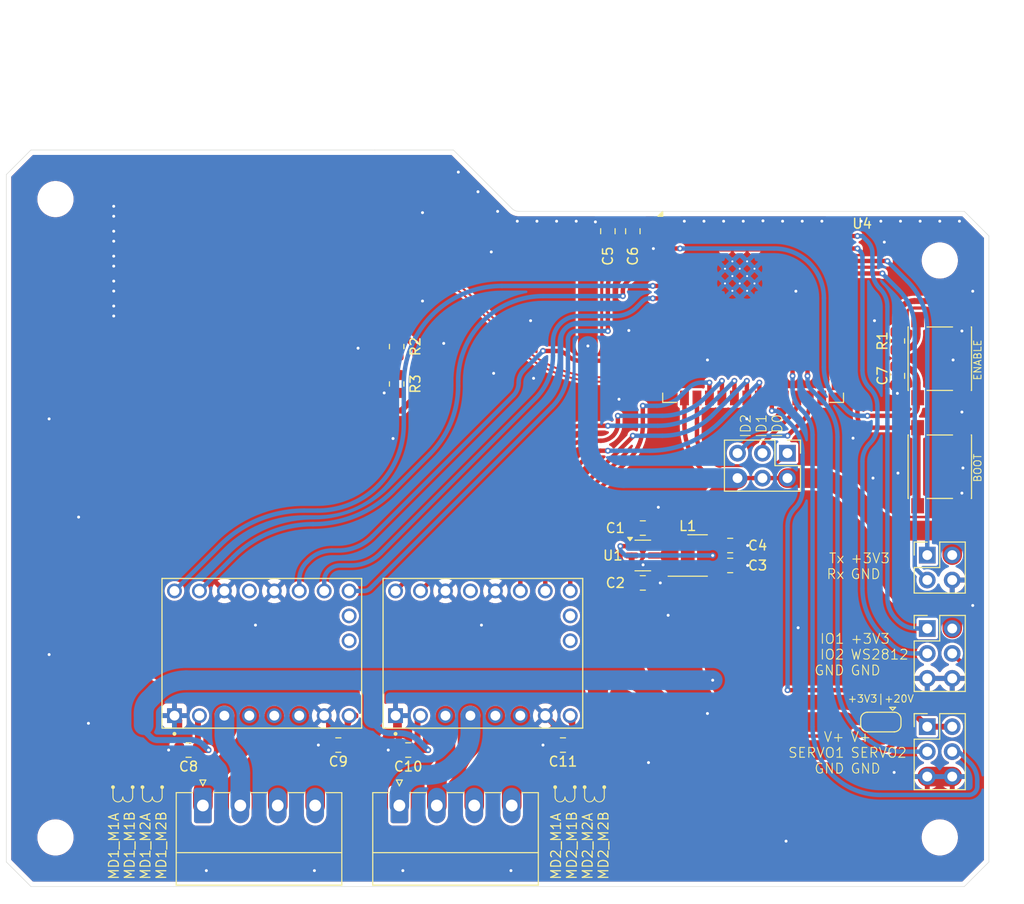
<source format=kicad_pcb>
(kicad_pcb (version 20240108) (generator "pcbnew") (generator_version "8.0")
  (title_block (title "PCB") (date "2025-04-08") (rev "v1.0"))
  (layers (0 "F.Cu" signal) (31 "B.Cu" signal) (34 "B.Paste" user) (35 "F.Paste" user) (36 "B.SilkS" user "B.Silkscreen") (37 "F.SilkS" user "F.Silkscreen") (38 "B.Mask" user) (39 "F.Mask" user) (44 "Edge.Cuts" user))
  (net 0 "")
  (net 1 "Net-(U1-BST)")
  (net 2 "Net-(U1-SW)")
  (net 3 "GND")
  (net 4 "+20V")
  (net 5 "+3.3V")
  (net 6 "/Main Sheet/EN")
  (net 7 "/Main Sheet/BOOT")
  (net 8 "USB_D-")
  (net 9 "USB_D+")
  (net 10 "/Main Sheet/MD1_DIR")
  (net 11 "/Main Sheet/MD1_STEP")
  (net 12 "/Main Sheet/MD1_M2A")
  (net 13 "/Main Sheet/MD1_M1A")
  (net 14 "/Main Sheet/MD1_!EN")
  (net 15 "/Main Sheet/MD1_M1B")
  (net 16 "/Main Sheet/MD1_MS2")
  (net 17 "/Main Sheet/MD1_MS1")
  (net 18 "/Main Sheet/MD1_M2B")
  (net 21 "/Main Sheet/MD2_STEP")
  (net 22 "/Main Sheet/MD2_!EN")
  (net 23 "/Main Sheet/MD2_MS2")
  (net 24 "/Main Sheet/MD2_MS1")
  (net 25 "/Main Sheet/MD2_DIR")
  (net 26 "/Main Sheet/MD2_M2A")
  (net 29 "/Main Sheet/MD2_M1A")
  (net 31 "/Main Sheet/MD2_M1B")
  (net 32 "/Main Sheet/MD2_M2B")
  (net 33 "IO2")
  (net 34 "WS2812")
  (net 35 "IO1")
  (net 36 "SERVO1")
  (net 37 "SERVO2")
  (net 38 "/Main Sheet/ID2")
  (net 39 "/Main Sheet/ID1")
  (net 40 "/Main Sheet/ID0")
  (net 41 "/Main Sheet/Rx")
  (net 42 "/Main Sheet/Tx")
  (net 43 "Net-(J5-Pin_1)")
  (net 59 "Net-(U2-ISNK_COARSE)")
  (net 60 "Net-(U2-VBUS_MAX)")
  (footprint "Connector_Phoenix_MC:PhoenixContact_MC_1,5_4-G-3.81_1x04_P3.81mm_Horizontal" (layer "F.Cu") (at 112.646 130.37)
    (property "Reference" "J1" (hide yes))
    (property "Value" "Conn_01x04")
  )
  (footprint "Button_Switch_SMD:SW_Push_1P1T_NO_6x6mm_H9.5mm" (layer "F.Cu") (at 187.646 84.87 -90)
    (property "Reference" "SW1" (hide yes))
    (property "Value" "SW_Push")
  )
  (footprint "Capacitor_SMD:C_0805_2012Metric" (layer "F.Cu") (at 126.434 124.214 180)
    (property "Reference" "C9")
    (property "Value" "22u")
  )
  (footprint "MountingHole:MountingHole_3.2mm_M3" (layer "F.Cu") (at 97.646 133.62)
    (property "Reference" "H2" (hide yes))
    (property "Value" "MountingHole" (hide yes))
  )
  (footprint "Resistor_SMD:R_0805_2012Metric" (layer "F.Cu") (at 132.371 83.635 -90)
    (property "Reference" "R2")
    (property "Value" "5k1")
  )
  (footprint "Capacitor_SMD:C_0805_2012Metric" (layer "F.Cu") (at 157.422 102.116 180)
    (property "Reference" "C1")
    (property "Value" "100n")
  )
  (footprint "Connector_Phoenix_MC:PhoenixContact_MC_1,5_4-G-3.81_1x04_P3.81mm_Horizontal" (layer "F.Cu") (at 132.646 130.37)
    (property "Reference" "J3" (hide yes))
    (property "Value" "Conn_01x04")
  )
  (footprint "Connector_PinHeader_2.54mm:PinHeader_2x02_P2.54mm_Vertical" (layer "F.Cu") (at 186.371 104.87)
    (property "Reference" "J2" (hide yes))
    (property "Value" "Conn_02x02_Odd_Even")
  )
  (footprint "Connector_PinHeader_2.54mm:PinHeader_2x03_P2.54mm_Vertical" (layer "F.Cu") (at 186.371 112.345)
    (property "Reference" "J6" (hide yes))
    (property "Value" "Conn_02x03_Odd_Even")
  )
  (footprint "Capacitor_SMD:C_0805_2012Metric" (layer "F.Cu") (at 157.422 107.704)
    (property "Reference" "C2")
    (property "Value" "10u")
  )
  (footprint "Capacitor_SMD:C_0805_2012Metric" (layer "F.Cu") (at 149.294 124.214 180)
    (property "Reference" "C11")
    (property "Value" "22u")
  )
  (footprint "MountingHole:MountingHole_3.2mm_M3" (layer "F.Cu") (at 187.646 133.62)
    (property "Reference" "H3" (hide yes))
    (property "Value" "MountingHole" (hide yes))
  )
  (footprint "Capacitor_SMD:C_0805_2012Metric" (layer "F.Cu") (at 166.312 105.926)
    (property "Reference" "C3")
    (property "Value" "22u")
  )
  (footprint "Capacitor_SMD:C_0805_2012Metric" (layer "F.Cu") (at 111.194 124.722 180)
    (property "Reference" "C8")
    (property "Value" "22u")
  )
  (footprint "USB-C_PD_Module:Breackoutboard" (layer "F.Cu") (at 117.646 81.265 -90)
    (property "Reference" "U2" (hide yes))
    (property "Value" "~" (hide yes))
  )
  (footprint "Inductor_SMD_Wurth:L_Wurth_WE-LQSH-4020" (layer "F.Cu") (at 161.994 104.91)
    (property "Reference" "L1")
    (property "Value" "3u9")
  )
  (footprint "RF_Module:ESP32-S3-WROOM-2" (layer "F.Cu") (at 168.646 76.37)
    (property "Reference" "U4")
    (property "Value" "ESP32-S3-WROOM-2")
  )
  (footprint "TMC2209_Module:MODULE_TMC2209_SILENTSTEPSTICK" (layer "F.Cu") (at 118.646 114.87 90)
    (property "Reference" "U3" (hide yes))
    (property "Value" "TMC2209_SILENTSTEPSTICK")
  )
  (footprint "MountingHole:MountingHole_3.2mm_M3" (layer "F.Cu") (at 187.646 74.87)
    (property "Reference" "H4" (hide yes))
    (property "Value" "MountingHole" (hide yes))
  )
  (footprint "MountingHole:MountingHole_3.2mm_M3" (layer "F.Cu") (at 97.646 68.62)
    (property "Reference" "H1" (hide yes))
    (property "Value" "MountingHole" (hide yes))
  )
  (footprint "Capacitor_SMD:C_0805_2012Metric" (layer "F.Cu") (at 153.866 71.89 90)
    (property "Reference" "C5")
    (property "Value" "22u")
  )
  (footprint "TMC2209_Module:MODULE_TMC2209_SILENTSTEPSTICK" (layer "F.Cu") (at 141.146 114.87 90)
    (property "Reference" "U5" (hide yes))
    (property "Value" "TMC2209_SILENTSTEPSTICK")
  )
  (footprint "Button_Switch_SMD:SW_Push_1P1T_NO_6x6mm_H9.5mm" (layer "F.Cu") (at 187.646 95.87 90)
    (property "Reference" "SW2" (hide yes))
    (property "Value" "SW_Push")
  )
  (footprint "Package_TO_SOT_SMD:TSOT-23-6" (layer "F.Cu") (at 157.422 104.91)
    (property "Reference" "U1")
    (property "Value" "AP63203WU")
  )
  (footprint "Resistor_SMD:R_0805_2012Metric" (layer "F.Cu") (at 132.371 87.445 -90)
    (property "Reference" "R3")
    (property "Value" "5k1")
  )
  (footprint "Capacitor_SMD:C_0805_2012Metric" (layer "F.Cu") (at 133.546 124.722 180)
    (property "Reference" "C10")
    (property "Value" "22u")
  )
  (footprint "Resistor_SMD:R_0805_2012Metric" (layer "F.Cu") (at 183.33 83.066 -90)
    (property "Reference" "R1")
    (property "Value" "10k")
  )
  (footprint "Capacitor_SMD:C_0805_2012Metric" (layer "F.Cu") (at 183.33 86.622 -90)
    (property "Reference" "C7")
    (property "Value" "1u")
  )
  (footprint "Jumper:SolderJumper-3_P1.3mm_Bridged12_RoundedPad1.0x1.5mm" (layer "F.Cu") (at 181.646 121.87 180)
    (property "Reference" "JP1" (hide yes))
    (property "Value" "SolderJumper_3_Bridged12")
  )
  (footprint "Connector_PinHeader_2.54mm:PinHeader_2x03_P2.54mm_Vertical" (layer "F.Cu") (at 186.371 122.345)
    (property "Reference" "J5" (hide yes))
    (property "Value" "Conn_02x03_Odd_Even")
  )
  (footprint "Capacitor_SMD:C_0805_2012Metric" (layer "F.Cu") (at 156.406 71.89 90)
    (property "Reference" "C6")
    (property "Value" "100n")
  )
  (footprint "Capacitor_SMD:C_0805_2012Metric" (layer "F.Cu") (at 166.312 103.894)
    (property "Reference" "C4")
    (property "Value" "22u")
  )
  (footprint "Connector_PinHeader_2.54mm:PinHeader_2x03_P2.54mm_Vertical" (layer "F.Cu") (at 172.139 94.491 -90)
    (property "Reference" "J4" (hide yes))
    (property "Value" "Conn_02x03_Odd_Even")
  )
  (gr_arc (start 108.5 129.5) (mid 108 130) (end 107.5 129.5) (stroke (width 0.1)) (layer "F.SilkS"))
  (gr_line (start 106.5 128.5) (end 106.5 129.5) (stroke (width 0.1)) (layer "F.SilkS"))
  (gr_circle (center 108.5 128.5) (end 108.6 128.4) (stroke (width 0.1)) (fill solid) (layer "F.SilkS"))
  (gr_arc (start 104.5 129.5) (mid 104 130) (end 103.5 129.5) (stroke (width 0.1)) (layer "F.SilkS"))
  (gr_circle (center 103.5 128.5) (end 103.6 128.4) (stroke (width 0.1)) (fill solid) (layer "F.SilkS"))
  (gr_line (start 153.5 128.5) (end 153.5 129.5) (stroke (width 0.1)) (layer "F.SilkS"))
  (gr_arc (start 107.5 129.5) (mid 107 130) (end 106.5 129.5) (stroke (width 0.1)) (layer "F.SilkS"))
  (gr_circle (center 151.5 128.5) (end 151.6 128.4) (stroke (width 0.1)) (fill solid) (layer "F.SilkS"))
  (gr_line (start 148.5 128.5) (end 148.5 129.5) (stroke (width 0.1)) (layer "F.SilkS"))
  (gr_line (start 150.5 128.5) (end 150.5 129.5) (stroke (width 0.1)) (layer "F.SilkS"))
  (gr_circle (center 150.5 128.5) (end 150.6 128.4) (stroke (width 0.1)) (fill solid) (layer "F.SilkS"))
  (gr_circle (center 153.5 128.5) (end 153.6 128.4) (stroke (width 0.1)) (fill solid) (layer "F.SilkS"))
  (gr_circle (center 105.5 128.5) (end 105.6 128.4) (stroke (width 0.1)) (fill solid) (layer "F.SilkS"))
  (gr_circle (center 106.5 128.5) (end 106.6 128.4) (stroke (width 0.1)) (fill solid) (layer "F.SilkS"))
  (gr_arc (start 149.5 129.5) (mid 149 130) (end 148.5 129.5) (stroke (width 0.1)) (layer "F.SilkS"))
  (gr_line (start 108.5 128.5) (end 108.5 129.5) (stroke (width 0.1)) (layer "F.SilkS"))
  (gr_arc (start 105.5 129.5) (mid 105 130) (end 104.5 129.5) (stroke (width 0.1)) (layer "F.SilkS"))
  (gr_line (start 151.5 128.5) (end 151.5 129.5) (stroke (width 0.1)) (layer "F.SilkS"))
  (gr_circle (center 148.5 128.5) (end 148.6 128.4) (stroke (width 0.1)) (fill solid) (layer "F.SilkS"))
  (gr_arc (start 152.5 129.5) (mid 152 130) (end 151.5 129.5) (stroke (width 0.1)) (layer "F.SilkS"))
  (gr_line (start 103.5 128.5) (end 103.5 129.5) (stroke (width 0.1)) (layer "F.SilkS"))
  (gr_arc (start 153.5 129.5) (mid 153 130) (end 152.5 129.5) (stroke (width 0.1)) (layer "F.SilkS"))
  (gr_line (start 105.5 128.5) (end 105.5 129.5) (stroke (width 0.1)) (layer "F.SilkS"))
  (gr_arc (start 150.5 129.5) (mid 150 130) (end 149.5 129.5) (stroke (width 0.1)) (layer "F.SilkS"))
  (gr_line (start 190.146 138.62) (end 192.646 136.12) (stroke (width 0.05)) (layer "Edge.Cuts"))
  (gr_arc (start 144.810214 69.87) (mid 144.427533 69.793878) (end 144.103107 69.577107) (stroke (width 0.05)) (layer "Edge.Cuts"))
  (gr_line (start 130.146 63.62) (end 138.146 63.62) (stroke (width 0.05)) (layer "Edge.Cuts"))
  (gr_line (start 95.146 138.62) (end 92.646 136.12) (stroke (width 0.05)) (layer "Edge.Cuts"))
  (gr_line (start 192.646 73.62) (end 192.646 72.37) (stroke (width 0.05)) (layer "Edge.Cuts"))
  (gr_line (start 138.146 63.62) (end 144.103107 69.577107) (stroke (width 0.05)) (layer "Edge.Cuts"))
  (gr_line (start 95.146 63.62) (end 130.146 63.62) (stroke (width 0.05)) (layer "Edge.Cuts"))
  (gr_line (start 192.646 73.62) (end 192.646 136.12) (stroke (width 0.05)) (layer "Edge.Cuts"))
  (gr_line (start 190.146 138.62) (end 95.146 138.62) (stroke (width 0.05)) (layer "Edge.Cuts"))
  (gr_line (start 192.646 72.37) (end 190.146 69.87) (stroke (width 0.05)) (layer "Edge.Cuts"))
  (gr_line (start 144.810214 69.87) (end 190.146 69.87) (stroke (width 0.05)) (layer "Edge.Cuts"))
  (gr_line (start 92.646 66.12) (end 92.646 136.12) (stroke (width 0.05)) (layer "Edge.Cuts"))
  (gr_line (start 95.146 63.62) (end 92.646 66.12) (stroke (width 0.05)) (layer "Edge.Cuts"))
  (gr_text "AKS\nv1.0" (at 162.5 134.5 0) (layer "F.Cu") (effects (font (size 1.5 1.5) (thickness 0.3) (bold yes))))
  (gr_text "+3V3\nWS2812\nGND" (at 178.5 115 0) (layer "F.SilkS") (effects (font (size 1 1) (thickness 0.1)) (justify left)))
  (gr_text "+3V3|+20V" (at 181.646 119.5 0) (layer "F.SilkS") (effects (font (size 0.75 0.75) (thickness 0.1))))
  (gr_text "IO1\nIO2\nGND" (at 178 115 0) (layer "F.SilkS") (effects (font (size 1 1) (thickness 0.1)) (justify right)))
  (gr_text "BOOT" (at 191.5 96 90) (layer "F.SilkS") (effects (font (size 0.75 0.75) (thickness 0.1))))
  (gr_text "MD2_M1A\nMD2_M1B\nMD2_M2A\nMD2_M2B" (at 151 138 90) (layer "F.SilkS") (effects (font (size 1 1) (thickness 0.125)) (justify left)))
  (gr_text "V+\nSERVO2\nGND" (at 178.5 125 0) (layer "F.SilkS") (effects (font (size 1 1) (thickness 0.1)) (justify left)))
  (gr_text "V+\nSERVO1\nGND" (at 178 125 0) (layer "F.SilkS") (effects (font (size 1 1) (thickness 0.1)) (justify right)))
  (gr_text "Tx\nRx" (at 178 106 0) (layer "F.SilkS") (effects (font (size 1 1) (thickness 0.1)) (justify right)))
  (gr_text "+3V3\nGND" (at 178.5 106 0) (layer "F.SilkS") (effects (font (size 1 1) (thickness 0.1)) (justify left)))
  (gr_text "MD1_M1A\nMD1_M1B\nMD1_M2A\nMD1_M2B" (at 106 138 90) (layer "F.SilkS") (effects (font (size 1 1) (thickness 0.125)) (justify left)))
  (gr_text "ID2\nID1\nID0" (at 169.5 93 90) (layer "F.SilkS") (effects (font (size 1 1) (thickness 0.1)) (justify left)))
  (gr_text "ENABLE" (at 191.5 85 90) (layer "F.SilkS") (effects (font (size 0.75 0.75) (thickness 0.1))))
  (segment (start 157.422 102.624) (end 157.422 103.386) (width 0.45) (layer "F.Cu") (net 1))
  (segment (start 157.996 103.96) (end 158.5595 103.96) (width 0.45) (layer "F.Cu") (net 1))
  (segment (start 156.914 102.116) (end 157.422 102.624) (width 0.45) (layer "F.Cu") (net 1))
  (segment (start 158.5595 103.96) (end 158.5595 103.9495) (width 0.45) (layer "F.Cu") (net 1))
  (segment (start 157.422 103.386) (end 157.996 103.96) (width 0.45) (layer "F.Cu") (net 1))
  (segment (start 156.472 102.116) (end 156.914 102.116) (width 0.45) (layer "F.Cu") (net 1))
  (segment (start 160.444 102.852) (end 160.444 104.91) (width 0.45) (layer "F.Cu") (net 2))
  (segment (start 158.372 102.116) (end 159.708 102.116) (width 0.45) (layer "F.Cu") (net 2))
  (segment (start 159.708 102.116) (end 160.444 102.852) (width 0.45) (layer "F.Cu") (net 2))
  (segment (start 128.441 82.535) (end 128.441 85.075) (width 0.6) (layer "F.Cu") (net 3))
  (segment (start 125.484 124.214) (end 124.402 124.214) (width 0.6) (layer "F.Cu") (net 3))
  (segment (start 125.484 124.214) (end 125.484 121.708) (width 0.6) (layer "F.Cu") (net 3))
  (segment (start 167.262 105.926) (end 168.09 105.926) (width 0.6) (layer "F.Cu") (net 3))
  (segment (start 158.431208 71.11) (end 159.896 71.11) (width 0.6) (layer "F.Cu") (net 3))
  (segment (start 132.596 121.56) (end 132.256 121.22) (width 0.6) (layer "F.Cu") (net 3))
  (segment (start 157.446999 105.86) (end 158.5595 105.86) (width 0.45) (layer "F.Cu") (net 3))
  (segment (start 148.344 122.068) (end 147.496 121.22) (width 0.6) (layer "F.Cu") (net 3))
  (segment (start 132.596 124.722) (end 132.596 121.56) (width 0.6) (layer "F.Cu") (net 3))
  (segment (start 188.911 127.425) (end 186.371 127.425) (width 2) (layer "F.Cu") (net 3))
  (segment (start 110.244 124.722) (end 110.244 121.708) (width 0.6) (layer "F.Cu") (net 3))
  (segment (start 110.244 121.708) (end 109.756 121.22) (width 0.6) (layer "F.Cu") (net 3))
  (segment (start 132.596 124.722) (end 131.514 124.722) (width 0.6) (layer "F.Cu") (net 3))
  (segment (start 158.372 107.704) (end 158.372 106.0475) (width 0.6) (layer "F.Cu") (net 3))
  (segment (start 158.372 106.0475) (end 158.5595 105.86) (width 0.6) (layer "F.Cu") (net 3))
  (segment (start 189.896 99.845) (end 189.896 98.56) (width 0.6) (layer "F.Cu") (net 3))
  (segment (start 153.866 70.94) (end 152.59596 70.94) (width 0.6) (layer "F.Cu") (net 3))
  (segment (start 125.484 121.708) (end 124.996 121.22) (width 0.6) (layer "F.Cu") (net 3))
  (segment (start 110.244 124.722) (end 109.162 124.722) (width 0.6) (layer "F.Cu") (net 3))
  (segment (start 158.372 107.704) (end 159.2 107.704) (width 0.6) (layer "F.Cu") (net 3))
  (segment (start 132.371 88.3575) (end 131.101 88.3575) (width 0.6) (layer "F.Cu") (net 3))
  (segment (start 189.896 91.895) (end 189.896 88.845) (width 0.6) (layer "F.Cu") (net 3))
  (segment (start 158.020791 70.94) (end 156.406 70.94) (width 0.6) (layer "F.Cu") (net 3))
  (segment (start 189.896 80.895) (end 189.896 82.05) (width 0.6) (layer "F.Cu") (net 3))
  (segment (start 183.33 87.572) (end 183.33 88.4) (width 0.6) (layer "F.Cu") (net 3))
  (segment (start 148.344 124.214) (end 148.344 122.068) (width 0.6) (layer "F.Cu") (net 3))
  (segment (start 153.866 70.94) (end 156.406 70.94) (width 0.6) (layer "F.Cu") (net 3))
  (segment (start 148.344 124.214) (end 147.262 124.214) (width 0.6) (layer "F.Cu") (net 3))
  (segment (start 167.262 103.894) (end 168.09 103.894) (width 0.6) (layer "F.Cu") (net 3))
  (via (at 164 121) (size 0.6) (drill 0.3) (layers "F.Cu" "B.Cu") (net 3))
  (via (at 189.896 82.05) (size 0.6) (drill 0.3) (layers "F.Cu" "B.Cu") (net 3))
  (via (at 168 91) (size 0.6) (drill 0.3) (layers "F.Cu" "B.Cu") (net 3))
  (via (at 135 70) (size 0.6) (drill 0.3) (layers "F.Cu" "B.Cu") (net 3))
  (via (at 173 78) (size 0.6) (drill 0.3) (layers "F.Cu" "B.Cu") (net 3))
  (via (at 103.574 77.986) (size 0.6) (drill 0.3) (layers "F.Cu" "B.Cu") (net 3))
  (via (at 124 137) (size 0.6) (drill 0.3) (layers "F.Cu" "B.Cu") (net 3))
  (via (at 144 137) (size 0.6) (drill 0.3) (layers "F.Cu" "B.Cu") (net 3))
  (via (at 146.304 86.868) (size 0.6) (drill 0.3) (layers "F.Cu" "B.Cu") (net 3))
  (via (at 133 137) (size 0.6) (drill 0.3) (layers "F.Cu" "B.Cu") (net 3))
  (via (at 103.574 71.89) (size 0.6) (drill 0.3) (layers "F.Cu" "B.Cu") (net 3))
  (via (at 164 85) (size 0.6) (drill 0.3) (layers "F.Cu" "B.Cu") (net 3))
  (via (at 131.514 124.722) (size 0.6) (drill 0.3) (layers "F.Cu" "B.Cu") (net 3))
  (via (at 183 127) (size 0.6) (drill 0.3) (layers "F.Cu" "B.Cu") (net 3))
  (via (at 103.574 75.446) (size 0.6) (drill 0.3) (layers "F.Cu" "B.Cu") (net 3))
  (via (at 169.648782 70.833513) (size 0.6) (drill 0.3) (layers "F.Cu" "B.Cu") (net 3))
  (via (at 191 78) (size 0.6) (drill 0.3) (layers "F.Cu" "B.Cu") (net 3))
  (via (at 97 91) (size 0.6) (drill 0.3) (layers "F.Cu" "B.Cu") (net 3))
  (via (at 128.441 83.800589) (size 0.6) (drill 0.3) (layers "F.Cu" "B.Cu") (net 3))
  (via (at 132 93) (size 0.6) (drill 0.3) (layers "F.Cu" "B.Cu") (net 3))
  (via (at 103.574 79.51) (size 0.6) (drill 0.3) (layers "F.Cu" "B.Cu") (net 3))
  (via (at 163.646 70.87) (size 0.6) (drill 0.3) (layers "F.Cu" "B.Cu") (net 3))
  (via (at 148.646 70.87) (size 0.6) (drill 0.3) (layers "F.Cu" "B.Cu") (net 3))
  (via (at 180.848 97.028) (size 0.6) (drill 0.3) (layers "F.Cu" "B.Cu") (net 3))
  (via (at 124.402 124.214) (size 0.6) (drill 0.3) (layers "F.Cu" "B.Cu") (net 3))
  (via (at 142.24 86.36) (size 0.6) (drill 0.3) (layers "F.Cu" "B.Cu") (net 3))
  (via (at 191 110) (size 0.6) (drill 0.3) (layers "F.Cu" "B.Cu") (net 3))
  (via (at 189.646 70.87) (size 0.6) (drill 0.3) (layers "F.Cu" "B.Cu") (net 3))
  (via (at 103.574 74.43) (size 0.6) (drill 0.3) (layers "F.Cu" "B.Cu") (net 3))
  (via (at 147.262 124.214) (size 0.6) (drill 0.3) (layers "F.Cu" "B.Cu") (net 3))
  (via (at 168.09 103.894) (size 0.6) (drill 0.3) (layers "F.Cu" "B.Cu") (net 3))
  (via (at 189.896 90.305) (size 0.6) (drill 0.3) (layers "F.Cu" "B.Cu") (net 3))
  (via (at 100 101) (size 0.6) (drill 0.3) (layers "F.Cu" "B.Cu") (net 3))
  (via (at 140.646 67.87) (size 0.6) (drill 0.3) (layers "F.Cu" "B.Cu") (net 3))
  (via (at 159.2 107.704) (size 0.6) (drill 0.3) (layers "F.Cu" "B.Cu") (net 3))
  (via (at 150.646 70.87) (size 0.6) (drill 0.3) (layers "F.Cu" "B.Cu") (net 3))
  (via (at 137.16 83.312) (size 0.6) (drill 0.3) (layers "F.Cu" "B.Cu") (net 3))
  (via (at 178.816 92.964) (size 0.6) (drill 0.3) (layers "F.Cu" "B.Cu") (net 3))
  (via (at 183.388 96.52) (size 0.6) (drill 0.3) (layers "F.Cu" "B.Cu") (net 3))
  (via (at 158.496 73.66) (size 0.6) (drill 0.3) (layers "F.Cu" "B.Cu") (net 3))
  (via (at 135 79) (size 0.6) (drill 0.3) (layers "F.Cu" "B.Cu") (net 3))
  (via (at 189.896 98.56) (size 0.6) (drill 0.3) (layers "F.Cu" "B.Cu") (net 3))
  (via (at 172 134) (size 0.6) (drill 0.3) (layers "F.Cu" "B.Cu") (net 3))
  (via (at 142.646 69.87) (size 0.6) (drill 0.3) (layers "F.Cu" "B.Cu") (net 3))
  (via (at 156 82) (size 0.6) (drill 0.3) (layers "F.Cu" "B.Cu") (net 3))
  (via (at 144.646 70.87) (size 0.6) (drill 0.3) (layers "F.Cu" "B.Cu") (net 3))
  (via (at 103.574 76.97) (size 0.6) (drill 0.3) (layers "F.Cu" "B.Cu") (net 3))
  (via (at 175.646 70.87) (size 0.6) (drill 0.3) (layers "F.Cu" "B.Cu") (net 3))
  (via (at 103.574 80.526) (size 0.6) (drill 0.3) (layers "F.Cu" "B.Cu") (net 3))
  (via (at 171.646 70.87) (size 0.6) (drill 0.3) (layers "F.Cu" "B.Cu") (net 3))
  (via (at 146.646 70.87) (size 0.6) (drill 0.3) (layers "F.Cu" "B.Cu") (net 3))
  (via (at 152.59596 70.94) (size 0.6) (drill 0.3) (layers "F.Cu" "B.Cu") (net 3))
  (via (at 138.646 65.87) (size 0.6) (drill 0.3) (layers "F.Cu" "B.Cu") (net 3))
  (via (at 103.574 72.906) (size 0.6) (drill 0.3) (layers "F.Cu" "B.Cu") (net 3))
  (via (at 157.446999 105.86) (size 0.6) (drill 0.3) (layers "F.Cu" "B.Cu") (net 3))
  (via (at 165.646 70.87) (size 0.6) (drill 0.3) (layers "F.Cu" "B.Cu") (net 3))
  (via (at 168.09 105.926) (size 0.6) (drill 0.3) (layers "F.Cu" "B.Cu") (net 3))
  (via (at 187.646 70.87) (size 0.6) (drill 0.3) (layers "F.Cu" "B.Cu") (net 3))
  (via (at 182 73) (size 0.6) (drill 0.3) (layers "F.Cu" "B.Cu") (net 3))
  (via (at 131.101 88.3575) (size 0.6) (drill 0.3) (layers "F.Cu" "B.Cu") (net 3))
  (via (at 181.646 70.87) (size 0.6) (drill 0.3) (layers "F.Cu" "B.Cu") (net 3))
  (via (at 159 100) (size 0.6) (drill 0.3) (layers "F.Cu" "B.Cu") (net 3))
  (via (at 161.646 70.87) (size 0.6) (drill 0.3) (layers "F.Cu" "B.Cu") (net 3))
  (via (at 103.574 69.35) (size 0.6) (drill 0.3) (layers "F.Cu" "B.Cu") (net 3))
  (via (at 142 74) (size 0.6) (drill 0.3) (layers "F.Cu" "B.Cu") (net 3))
  (via (at 146 81) (size 0.6) (drill 0.3) (layers "F.Cu" "B.Cu") (net 3))
  (via (at 97 115) (size 0.6) (drill 0.3) (layers "F.Cu" "B.Cu") (net 3))
  (via (at 173.228 112.268) (size 0.6) (drill 0.3) (layers "F.Cu" "B.Cu") (net 3))
  (via (at 183.33 88.4) (size 0.6) (drill 0.3) (layers "F.Cu" "B.Cu") (net 3))
  (via (at 183.646 70.87) (size 0.6) (drill 0.3) (layers "F.Cu" "B.Cu") (net 3))
  (via (at 190 96) (size 0.6) (drill 0.3) (layers "F.Cu" "B.Cu") (net 3))
  (via (at 155 89) (size 0.6) (drill 0.3) (layers "F.Cu" "B.Cu") (net 3))
  (via (at 189 85) (size 0.6) (drill 0.3) (layers "F.Cu" "B.Cu") (net 3))
  (via (at 118 112) (size 0.6) (drill 0.3) (layers "F.Cu" "B.Cu") (net 3))
  (via (at 103.574 70.366) (size 0.6) (drill 0.3) (layers "F.Cu" "B.Cu") (net 3))
  (via (at 179.646 70.87) (size 0.6) (drill 0.3) (layers "F.Cu" "B.Cu") (net 3))
  (via (at 185.646 70.87) (size 0.6) (drill 0.3) (layers "F.Cu" "B.Cu") (net 3))
  (via (at 109.162 124.722) (size 0.6) (drill 0.3) (layers "F.Cu" "B.Cu") (net 3))
  (via (at 141 112) (size 0.6) (drill 0.3) (layers "F.Cu" "B.Cu") (net 3))
  (via (at 173.646 70.87) (size 0.6) (drill 0.3) (layers "F.Cu" "B.Cu") (net 3))
  (via (at 160 111) (size 0.6) (drill 0.3) (layers "F.Cu" "B.Cu") (net 3))
  (via (at 167.646 70.87) (size 0.6) (drill 0.3) (layers "F.Cu" "B.Cu") (net 3))
  (via (at 101 122) (size 0.6) (drill 0.3) (layers "F.Cu" "B.Cu") (net 3))
  (via (at 113 137) (size 0.6) (drill 0.3) (layers "F.Cu" "B.Cu") (net 3))
  (via (at 181 81) (size 0.6) (drill 0.3) (layers "F.Cu" "B.Cu") (net 3))
  (via (at 158 126) (size 0.6) (drill 0.3) (layers "F.Cu" "B.Cu") (net 3))
  (arc (start 158.226 71.025) (mid 158.32015 71.087909) (end 158.431208 71.11) (width 0.6) (layer "F.Cu") (net 3))
  (arc (start 158.226 71.025) (mid 158.131849 70.96209) (end 158.020791 70.94) (width 0.6) (layer "F.Cu") (net 3))
  (segment (start 156.2845 105.86) (end 156.2845 106.3125) (width 0.6) (layer "F.Cu") (net 4))
  (segment (start 127.384 121.372) (end 127.536 121.22) (width 0.6) (layer "F.Cu") (net 4))
  (segment (start 127.925 124.214) (end 127.384 124.214) (width 0.6) (layer "F.Cu") (net 4))
  (segment (start 129.863 122.436) (end 129.863 122.547592) (width 2) (layer "F.Cu") (net 4))
  (segment (start 129.6725 123.0075) (end 129.291499 123.388499) (width 2) (layer "F.Cu") (net 4))
  (segment (start 106.851 82.535) (end 106.851 85.075) (width 2) (layer "F.Cu") (net 4))
  (segment (start 156.406 107.77) (end 156.472 107.704) (width 0.6) (layer "F.Cu") (net 4))
  (segment (start 156.472 107.704) (end 156.472 110.432) (width 0.6) (layer "F.Cu") (net 4))
  (segment (start 156.472 110.432) (end 156.406 110.498) (width 0.6) (layer "F.Cu") (net 4))
  (segment (start 106.851 85.075) (end 106.851 87.615) (width 2) (layer "F.Cu") (net 4))
  (segment (start 129.863 121.674) (end 129.863 117.752407) (width 2) (layer "F.Cu") (net 4))
  (segment (start 156.472 106.5) (end 156.472 107.704) (width 0.6) (layer "F.Cu") (net 4))
  (segment (start 181.552 124.722) (end 180.028 124.722) (width 0.6) (layer "F.Cu") (net 4))
  (segment (start 150.244 121.428) (end 150.036 121.22) (width 0.6) (layer "F.Cu") (net 4))
  (segment (start 106.851 114.024086) (end 106.851 92.695) (width 2) (layer "F.Cu") (net 4))
  (segment (start 156.406 115.324) (end 156.406 110.498) (width 2) (layer "F.Cu") (net 4))
  (segment (start 156.2845 106.3125) (end 156.472 106.5) (width 0.6) (layer "F.Cu") (net 4))
  (segment (start 106.851 87.615) (end 106.851 90.155) (width 2) (layer "F.Cu") (net 4))
  (segment (start 150.244 124.214) (end 150.244 121.428) (width 0.6) (layer "F.Cu") (net 4))
  (segment (start 129.863 121.674) (end 129.863 122.436) (width 2) (layer "F.Cu") (net 4))
  (segment (start 151.072 117.102) (end 154.628 117.102) (width 2) (layer "F.Cu") (net 4))
  (segment (start 109.928913 117.102) (end 129.212592 117.102) (width 2) (layer "F.Cu") (net 4))
  (segment (start 152.596 123.452) (end 152.088 123.96) (width 2) (layer "F.Cu") (net 4))
  (segment (start 129.291499 123.388499) (end 128.848544 123.831455) (width 0.6) (layer "F.Cu") (net 4))
  (segment (start 151.072 117.102) (end 129.751407 117.102) (width 2) (layer "F.Cu") (net 4))
  (segment (start 152.85 118.88) (end 152.85 122.838789) (width 2) (layer "F.Cu") (net 4))
  (segment (start 106.851 90.155) (end 106.851 92.695) (width 2) (layer "F.Cu") (net 4))
  (segment (start 127.384 124.214) (end 127.384 121.372) (width 0.6) (layer "F.Cu") (net 4))
  (segment (start 160.216 120.912) (end 157.663235 118.359235) (width 2) (layer "F.Cu") (net 4))
  (segment (start 156.2845 104.91) (end 156.2845 105.86) (width 0.6) (layer "F.Cu") (net 4))
  (segment (start 181.867108 124.722) (end 181.552 124.722) (width 0.6) (layer "F.Cu") (net 4))
  (segment (start 129.212592 117.102) (end 129.751407 117.102) (width 2) (layer "F.Cu") (net 4))
  (segment (start 169.414153 124.722) (end 180.028 124.722) (width 2) (layer "F.Cu") (net 4))
  (segment (start 182.946 123.643108) (end 182.946 121.87) (width 0.6) (layer "F.Cu") (net 4))
  (segment (start 151.474789 124.214) (end 150.244 124.214) (width 0.6) (layer "F.Cu") (net 4))
  (arc (start 182.63 124.406) (mid 182.279982 124.639874) (end 181.867108 124.722) (width 0.6) (layer "F.Cu") (net 4))
  (arc (start 106.851 114.024086) (mid 107.085292 115.201952) (end 107.7525 116.2005) (width 2) (layer "F.Cu") (net 4))
  (arc (start 152.088 123.96) (mid 151.806656 124.147987) (end 151.474789 124.214) (width 0.6) (layer "F.Cu") (net 4))
  (arc (start 152.85 122.838789) (mid 152.783987 123.170656) (end 152.596 123.452) (width 2) (layer "F.Cu") (net 4))
  (arc (start 156.406 115.324) (mid 156.732744 116.966657) (end 157.663235 118.359235) (width 2) (layer "F.Cu") (net 4))
  (arc (start 154.628 117.102) (mid 153.370764 117.622764) (end 152.85 118.88) (width 2) (layer "F.Cu") (net 4))
  (arc (start 129.6725 117.2925) (mid 129.461492 117.151509) (end 129.212592 117.102) (width 2) (layer "F.Cu") (net 4))
  (arc (start 129.751407 117.102) (mid 129.648309 117.170887) (end 129.6725 117.2925) (width 2) (layer "F.Cu") (net 4))
  (arc (start 129.6725 117.2925) (mid 129.81349 117.503507) (end 129.863 117.752407) (width 2) (layer "F.Cu") (net 4))
  (arc (start 152.85 118.88) (mid 152.329235 117.622764) (end 151.072 117.102) (width 2) (layer "F.Cu") (net 4))
  (arc (start 160.216 120.912) (mid 164.436148 123.731813) (end 169.414153 124.722) (width 2) (layer "F.Cu") (net 4))
  (arc (start 154.628 117.102) (mid 155.885235 116.581235) (end 156.406 115.324) (width 2) (layer "F.Cu") (net 4))
  (arc (start 182.946 123.643108) (mid 182.863874 124.055982) (end 182.63 124.406) (width 0.6) (layer "F.Cu") (net 4))
  (arc (start 129.863 122.547592) (mid 129.81349 122.796492) (end 129.6725 123.0075) (width 2) (layer "F.Cu") (net 4))
  (arc (start 157.663235 118.359235) (mid 156.270657 117.428744) (end 154.628 117.102) (width 2) (layer "F.Cu") (net 4))
  (arc (start 128.848544 123.831455) (mid 128.424818 124.114579) (end 127.925 124.214) (width 0.6) (layer "F.Cu") (net 4))
  (arc (start 107.7525 116.2005) (mid 108.751046 116.867707) (end 109.928913 117.102) (width 2) (layer "F.Cu") (net 4))
  (segment (start 184.854 102.37) (end 187.183579 102.37) (width 2) (layer "F.Cu") (net 5))
  (segment (start 163.6055 96.3615) (end 165.042 97.798) (width 0.45) (layer "F.Cu") (net 5))
  (segment (start 152.375 72.873) (end 152.309 72.939) (width 0.6) (layer "F.Cu") (net 5))
  (segment (start 112.144 124.722) (end 112.144 121.372) (width 0.6) (layer "F.Cu") (net 5))
  (segment (start 188.911 111.347149) (end 188.911 112.345) (width 2) (layer "F.Cu") (net 5))
  (segment (start 164.534 102.116) (end 164.534 100.04042) (width 2) (layer "F.Cu") (net 5))
  (segment (start 187.902 80.73642) (end 187.902 101.651579) (width 0.6) (layer "F.Cu") (net 5))
  (segment (start 161.661 91.667061) (end 161.661 88.87) (width 0.45) (layer "F.Cu") (net 5))
  (segment (start 182.314 104.91) (end 182.314 105.653948) (width 2) (layer "F.Cu") (net 5))
  (segment (start 166.8995 97.116) (end 167.059 97.116) (width 2) (layer "F.Cu") (net 5))
  (segment (start 183.700708 108.836708) (end 183.584 108.72) (width 2) (layer "F.Cu") (net 5))
  (segment (start 156.2845 103.96) (end 155.136068 103.96) (width 0.45) (layer "F.Cu") (net 5))
  (segment (start 153.866 72.84) (end 152.454669 72.84) (width 0.6) (layer "F.Cu") (net 5))
  (segment (start 188.9145 103.3825) (end 188.41 102.878) (width 2) (layer "F.Cu") (net 5))
  (segment (start 180.517948 100.573948) (end 178.684784 98.740784) (width 2) (layer "F.Cu") (net 5))
  (segment (start 183.33 80.73642) (end 183.33 82.1535) (width 0.6) (layer "F.Cu") (net 5))
  (segment (start 157.52573 72.84) (end 156.406 72.84) (width 0.6) (layer "F.Cu") (net 5))
  (segment (start 188.911 103.397949) (end 188.911 104.87) (width 2) (layer "F.Cu") (net 5))
  (segment (start 178.054 121.87) (end 180.346 121.87) (width 0.6) (layer "F.Cu") (net 5))
  (segment (start 186.167579 79.002) (end 185.06442 79.002) (width 0.6) (layer "F.Cu") (net 5))
  (segment (start 112.144 124.722) (end 113.226 124.722) (width 0.6) (layer "F.Cu") (net 5))
  (segment (start 134.496 124.722) (end 134.496 121.52) (width 0.6) (layer "F.Cu") (net 5))
  (segment (start 152.088 73.16) (end 152.309 72.939) (width 0.6) (layer "F.Cu") (net 5))
  (segment (start 171.806274 121.87) (end 178.054 121.87) (width 2) (layer "F.Cu") (net 5))
  (segment (start 169.599 97.031) (end 167.059 97.031) (width 0.45) (layer "F.Cu") (net 5))
  (segment (start 166.627216 97.228783) (end 166.058 97.798) (width 2) (layer "F.Cu") (net 5))
  (segment (start 174.557 97.031) (end 172.139 97.031) (width 2) (layer "F.Cu") (net 5))
  (segment (start 158.636269 72.38) (end 159.896 72.38) (width 0.6) (layer "F.Cu") (net 5))
  (segment (start 186.485 109.99) (end 187.55385 109.99) (width 2) (layer "F.Cu") (net 5))
  (segment (start 169.599 97.031) (end 172.139 97.031) (width 0.45) (layer "F.Cu") (net 5))
  (segment (start 151.834 75.7) (end 151.834 83.574) (width 2) (layer "F.Cu") (net 5))
  (segment (start 153.866 72.84) (end 156.406 72.84) (width 0.6) (layer "F.Cu") (net 5))
  (segment (start 164.534 102.116) (end 164.534 107.704) (width 2) (layer "F.Cu") (net 5))
  (segment (start 134.496 121.52) (end 134.796 121.22) (width 0.6) (layer "F.Cu") (net 5))
  (segment (start 151.834 74.176) (end 151.834 75.7) (width 0.6) (layer "F.Cu") (net 5))
  (segment (start 112.144 121.372) (end 112.296 121.22) (width 0.6) (layer "F.Cu") (net 5))
  (segment (start 151.834 73.77321) (end 151.834 74.176) (width 0.6) (layer "F.Cu") (net 5))
  (segment (start 166.058 97.798) (end 165.042 98.814) (width 2) (layer "F.Cu") (net 5))
  (segment (start 164.534 114.597725) (end 164.534 107.704) (width 2) (layer "F.Cu") (net 5))
  (segment (start 134.496 124.722) (end 135.578 124.722) (width 0.6) (layer "F.Cu") (net 5))
  (via (at 151.834 83.574) (size 0.6) (drill 0.3) (layers "F.Cu" "B.Cu") (net 5))
  (via (at 164.534 117.61) (size 0.6) (drill 0.3) (layers "F.Cu" "B.Cu") (net 5))
  (via (at 135.578 124.722) (size 0.6) (drill 0.3) (layers "F.Cu" "B.Cu") (net 5))
  (via (at 155.136068 103.96) (size 0.6) (drill 0.3) (layers "F.Cu" "B.Cu") (net 5))
  (via (at 164.534 104.91) (size 0.6) (drill 0.3) (layers "F.Cu" "B.Cu") (net 5))
  (via (at 113.226 124.722) (size 0.6) (drill 0.3) (layers "F.Cu" "B.Cu") (net 5))
  (arc (start 178.684784 98.740784) (mid 176.79094 97.475358) (end 174.557 97.031) (width 2) (layer "F.Cu") (net 5))
  (arc (start 182.314 104.91) (mid 181.847221 102.563345) (end 180.517948 100.573948) (width 2) (layer "F.Cu") (net 5))
  (arc (start 188.5135 110.3875) (mid 188.807693 110.82779) (end 188.911 111.347149) (width 2) (layer "F.Cu") (net 5))
  (arc (start 184.854 102.37) (mid 183.057948 103.113948) (end 182.314 104.91) (width 2) (layer "F.Cu") (net 5))
  (arc (start 152.454669 72.84) (mid 152.411552 72.848576) (end 152.375 72.873) (width 0.6) (layer "F.Cu") (net 5))
  (arc (start 166.664 119.74) (mid 169.023295 121.316431) (end 171.806274 121.87) (width 2) (layer "F.Cu") (net 5))
  (arc (start 187.394 79.51) (mid 186.831313 79.134024) (end 186.167579 79.002) (width 0.6) (layer "F.Cu") (net 5))
  (arc (start 188.9145 103.3895) (mid 188.911909 103.393376) (end 188.911 103.397949) (width 2) (layer "F.Cu") (net 5))
  (arc (start 164.534 114.597725) (mid 165.087568 117.380704) (end 166.664 119.74) (width 2) (layer "F.Cu") (net 5))
  (arc (start 188.9145 103.3825) (mid 188.915949 103.386) (end 188.9145 103.3895) (width 2) (layer "F.Cu") (net 5))
  (arc (start 185.06442 79.002) (mid 184.400686 79.134024) (end 183.838 79.51) (width 0.6) (layer "F.Cu") (net 5))
  (arc (start 165.042 98.814) (mid 164.666024 99.376686) (end 164.534 100.04042) (width 2) (layer "F.Cu") (net 5))
  (arc (start 187.394 79.51) (mid 187.769975 80.072686) (end 187.902 80.73642) (width 0.6) (layer "F.Cu") (net 5))
  (arc (start 166.8995 97.116) (mid 166.752141 97.145311) (end 166.627216 97.228783) (width 2) (layer "F.Cu") (net 5))
  (arc (start 188.41 102.878) (mid 187.847313 102.502024) (end 187.183579 102.37) (width 2) (layer "F.Cu") (net 5))
  (arc (start 183.838 79.51) (mid 183.462024 80.072686) (end 183.33 80.73642) (width 0.6) (layer "F.Cu") (net 5))
  (arc (start 183.700708 108.836708) (mid 184.978152 109.690269) (end 186.485 109.99) (width 2) (layer "F.Cu") (net 5))
  (arc (start 158.081 72.61) (mid 157.82624 72.780224) (end 157.52573 72.84) (width 0.6) (layer "F.Cu") (net 5))
  (arc (start 182.314 105.653948) (mid 182.644062 107.313283) (end 183.584 108.72) (width 2) (layer "F.Cu") (net 5))
  (arc (start 188.5135 110.3875) (mid 188.073208 110.093306) (end 187.55385 109.99) (width 2) (layer "F.Cu") (net 5))
  (arc (start 158.636269 72.38) (mid 158.335759 72.439775) (end 158.081 72.61) (width 0.6) (layer "F.Cu") (net 5))
  (arc (start 187.902 101.651579) (mid 188.034024 102.315313) (end 188.41 102.878) (width 0.6) (layer "F.Cu") (net 5))
  (arc (start 161.661 91.667061) (mid 162.166359 94.207673) (end 163.6055 96.3615) (width 0.45) (layer "F.Cu") (net 5))
  (arc (start 152.088 73.16) (mid 151.900012 73.441343) (end 151.834 73.77321) (width 0.6) (layer "F.Cu") (net 5))
  (arc (start 165.042 97.798) (mid 165.55 98.00842) (end 166.058 97.798) (width 0.45) (layer "F.Cu") (net 5))
  (arc (start 180.517948 100.573948) (mid 182.507345 101.903221) (end 184.854 102.37) (width 2) (layer "F.Cu") (net 5))
  (segment (start 130 120.5) (end 130 119.305) (width 2) (layer "B.Cu") (net 5))
  (segment (start 155.136068 103.96) (end 155.136068 104.401932) (width 0.45) (layer "B.Cu") (net 5))
  (segment (start 106.622 121.166) (end 106.622 122.182) (width 2) (layer "B.Cu") (net 5))
  (segment (start 130 120.5) (end 130 121.5) (width 2) (layer "B.Cu") (net 5))
  (segment (start 155.644 104.91) (end 164.534 104.91) (width 0.45) (layer "B.Cu") (net 5))
  (segment (start 112.718 124.214) (end 113.226 124.722) (width 0.6) (layer "B.Cu") (net 5))
  (segment (start 106.622 122.330789) (end 106.622 122.182) (width 0.6) (layer "B.Cu") (net 5))
  (segment (start 155.454718 97.031) (end 167.059 97.031) (width 2) (layer "B.Cu") (net 5))
  (segment (start 107.99721 123.706) (end 111.491579 123.706) (width 0.6) (layer "B.Cu") (net 5))
  (segment (start 131.695 117.61) (end 164.534 117.61) (width 2) (layer "B.Cu") (net 5))
  (segment (start 132.638362 123) (end 131.707106 123) (width 0.6) (layer "B.Cu") (net 5))
  (segment (start 106.876 122.944) (end 107.384 123.452) (width 0.6) (layer "B.Cu") (net 5))
  (segment (start 155.136068 104.401932) (end 155.136 104.402) (width 0.45) (layer "B.Cu") (net 5))
  (segment (start 151.834 93.410281) (end 151.834 83.574) (width 2) (layer "B.Cu") (net 5))
  (segment (start 134.717 123.861) (end 135.578 124.722) (width 0.6) (layer "B.Cu") (net 5))
  (segment (start 106.622 120.912) (end 106.622 121.166) (width 2) (layer "B.Cu") (net 5))
  (segment (start 128.305 117.61) (end 131.695 117.61) (width 2) (layer "B.Cu") (net 5))
  (segment (start 155.136 104.402) (end 155.644 104.91) (width 0.45) (layer "B.Cu") (net 5))
  (segment (start 128.305 117.61) (end 110.958051 117.61) (width 2) (layer "B.Cu") (net 5))
  (segment (start 107.891999 118.879999) (end 107.160815 119.611184) (width 2) (layer "B.Cu") (net 5))
  (segment (start 130.353553 122.353553) (end 130.5 122.5) (width 0.6) (layer "B.Cu") (net 5))
  (arc (start 107.384 123.452) (mid 107.665343 123.639987) (end 107.99721 123.706) (width 0.6) (layer "B.Cu") (net 5))
  (arc (start 131.695 117.61) (mid 130.496454 118.106454) (end 130 119.305) (width 2) (layer "B.Cu") (net 5))
  (arc (start 107.160815 119.611184) (mid 106.762033 120.208003) (end 106.622 120.912) (width 2) (layer "B.Cu") (net 5))
  (arc (start 130.5 122.5) (mid 131.053825 122.870054) (end 131.707106 123) (width 0.6) (layer "B.Cu") (net 5))
  (arc (start 112.718 124.214) (mid 112.155313 123.838024) (end 111.491579 123.706) (width 0.6) (layer "B.Cu") (net 5))
  (arc (start 151.834 93.410281) (mid 152.10961 94.79587) (end 152.894484 95.970516) (width 2) (layer "B.Cu") (net 5))
  (arc (start 130 119.305) (mid 129.503545 118.106454) (end 128.305 117.61) (width 2) (layer "B.Cu") (net 5))
  (arc (start 130 121.5) (mid 130.091885 121.961939) (end 130.353553 122.353553) (width 0.6) (layer "B.Cu") (net 5))
  (arc (start 152.894484 95.970516) (mid 154.069129 96.755389) (end 155.454718 97.031) (width 2) (layer "B.Cu") (net 5))
  (arc (start 106.622 122.330789) (mid 106.688012 122.662656) (end 106.876 122.944) (width 0.6) (layer "B.Cu") (net 5))
  (arc (start 134.717 123.861) (mid 133.763312 123.223766) (end 132.638362 123) (width 0.6) (layer "B.Cu") (net 5))
  (arc (start 110.958051 117.61) (mid 109.298715 117.940061) (end 107.891999 118.879999) (width 2) (layer "B.Cu") (net 5))
  (segment (start 161.213958 73.65) (end 161.213979 73.649979) (width 0.45) (layer "F.Cu") (net 6))
  (segment (start 185.396 89.760748) (end 185.396 88.845) (width 0.45) (layer "F.Cu") (net 6))
  (segment (start 183.33 85.672) (end 183.33 83.9785) (width 0.6) (layer "F.Cu") (net 6))
  (segment (start 185.396 82.362723) (end 185.396 80.895) (width 0.6) (layer "F.Cu") (net 6))
  (segment (start 183.871 85.672) (end 183.33 85.672) (width 0.6) (layer "F.Cu") (net 6))
  (segment (start 159.896 73.65) (end 161.213958 73.65) (width 0.45) (layer "F.Cu") (net 6))
  (segment (start 183.88975 83.9785) (end 183.33 83.9785) (width 0.6) (layer "F.Cu") (net 6))
  (segment (start 184.845303 83.582696) (end 184.92275 83.50525) (width 0.6) (layer "F.Cu") (net 6))
  (segment (start 185.396 88.845) (end 185.396 87.351793) (width 0.6) (layer "F.Cu") (net 6))
  (segment (start 184.794544 86.054544) (end 184.904 86.164) (width 0.6) (layer "F.Cu") (net 6))
  (segment (start 184.470748 90.686) (end 180.282 90.686) (width 0.45) (layer "F.Cu") (net 6))
  (via (at 161.213979 73.649979) (size 0.6) (drill 0.3) (layers "F.Cu" "B.Cu") (net 6))
  (via (at 180.282 90.686) (size 0.6) (drill 0.3) (layers "F.Cu" "B.Cu") (net 6))
  (arc (start 184.904 86.164) (mid 185.268133 86.708964) (end 185.396 87.351793) (width 0.6) (layer "F.Cu") (net 6))
  (arc (start 184.794544 86.054544) (mid 184.370818 85.771419) (end 183.871 85.672) (width 0.6) (layer "F.Cu") (net 6))
  (arc (start 185.396 89.760748) (mid 185.325569 90.114826) (end 185.125 90.415) (width 0.45) (layer "F.Cu") (net 6))
  (arc (start 184.845303 83.582696) (mid 184.406891 83.875633) (end 183.88975 83.9785) (width 0.6) (layer "F.Cu") (net 6))
  (arc (start 185.125 90.415) (mid 184.824826 90.615569) (end 184.470748 90.686) (width 0.45) (layer "F.Cu") (net 6))
  (arc (start 185.396 82.362723) (mid 185.273006 82.981054) (end 184.92275 83.50525) (width 0.6) (layer "F.Cu") (net 6))
  (segment (start 179.52 90.686) (end 180.282 90.686) (width 0.45) (layer "B.Cu") (net 6))
  (segment (start 175.852 78.692808) (end 175.852 85.725147) (width 0.45) (layer "B.Cu") (net 6))
  (segment (start 177.305 89.233) (end 178.219184 90.147184) (width 0.45) (layer "B.Cu") (net 6))
  (segment (start 170.80917 73.649979) (end 161.213979 73.649979) (width 0.45) (layer "B.Cu") (net 6))
  (arc (start 175.852 85.725147) (mid 176.229622 87.623583) (end 177.305 89.233) (width 0.45) (layer "B.Cu") (net 6))
  (arc (start 174.374989 75.126989) (mid 172.738977 74.033841) (end 170.80917 73.649979) (width 0.45) (layer "B.Cu") (net 6))
  (arc (start 178.219184 90.147184) (mid 178.816003 90.545966) (end 179.52 90.686) (width 0.45) (layer "B.Cu") (net 6))
  (arc (start 174.374989 75.126989) (mid 175.468137 76.763) (end 175.852 78.692808) (width 0.45) (layer "B.Cu") (net 6))
  (segment (start 179.266 88.517938) (end 179.266 90.698318) (width 0.45) (layer "F.Cu") (net 7))
  (segment (start 180.462681 91.895) (end 185.396 91.895) (width 0.45) (layer "F.Cu") (net 7))
  (segment (start 185.396 91.895) (end 185.396 99.845) (width 0.6) (layer "F.Cu") (net 7))
  (segment (start 178.368061 87.62) (end 177.396 87.62) (width 0.45) (layer "F.Cu") (net 7))
  (arc (start 179.003 87.883) (mid 178.711687 87.688351) (end 178.368061 87.62) (width 0.45) (layer "F.Cu") (net 7))
  (arc (start 179.266 90.698318) (mid 179.357091 91.156268) (end 179.6165 91.5445) (width 0.45) (layer "F.Cu") (net 7))
  (arc (start 179.6165 91.5445) (mid 180.004731 91.803908) (end 180.462681 91.895) (width 0.45) (layer "F.Cu") (net 7))
  (arc (start 179.003 87.883) (mid 179.197648 88.174312) (end 179.266 88.517938) (width 0.45) (layer "F.Cu") (net 7))
  (segment (start 128.441 74.915) (end 129.591 74.915) (width 0.2) (layer "F.Cu") (net 8))
  (segment (start 144.643007 83.176807) (end 139.826898 78.360698) (width 0.2) (layer "F.Cu") (net 8))
  (segment (start 158.360999 86.76) (end 158.770999 86.35) (width 0.2) (layer "F.Cu") (net 8))
  (segment (start 153.293599 86.76) (end 158.360999 86.76) (width 0.2) (layer "F.Cu") (net 8))
  (segment (start 129.591 74.915) (end 130.636 75.96) (width 0.2) (layer "F.Cu") (net 8))
  (segment (start 134.0311 75.96) (end 130.636 75.96) (width 0.2) (layer "F.Cu") (net 8))
  (segment (start 158.770999 86.35) (end 159.896 86.35) (width 0.2) (layer "F.Cu") (net 8))
  (arc (start 144.643007 83.176807) (mid 148.611932 85.828758) (end 153.293599 86.76) (width 0.2) (layer "F.Cu") (net 8))
  (arc (start 139.826898 78.360698) (mid 137.167763 76.583921) (end 134.0311 75.96) (width 0.2) (layer "F.Cu") (net 8))
  (segment (start 128.441 77.455) (end 129.591 77.455) (width 0.2) (layer "F.Cu") (net 9))
  (segment (start 144.390705 83.560905) (end 139.574595 78.744795) (width 0.2) (layer "F.Cu") (net 9))
  (segment (start 153.200399 87.21) (end 158.360999 87.21) (width 0.2) (layer "F.Cu") (net 9))
  (segment (start 133.9379 76.41) (end 130.636 76.41) (width 0.2) (layer "F.Cu") (net 9))
  (segment (start 129.591 77.455) (end 130.636 76.41) (width 0.2) (layer "F.Cu") (net 9))
  (segment (start 158.770999 87.62) (end 159.896 87.62) (width 0.2) (layer "F.Cu") (net 9))
  (segment (start 158.360999 87.21) (end 158.770999 87.62) (width 0.2) (layer "F.Cu") (net 9))
  (arc (start 144.390705 83.560905) (mid 148.432627 86.261631) (end 153.200399 87.21) (width 0.2) (layer "F.Cu") (net 9))
  (arc (start 139.574595 78.744795) (mid 136.988457 77.016793) (end 133.9379 76.41) (width 0.2) (layer "F.Cu") (net 9))
  (segment (start 159.896 77.46) (end 158.438 77.46) (width 0.45) (layer "F.Cu") (net 10))
  (via (at 158.438 77.46) (size 0.6) (drill 0.3) (layers "F.Cu" "B.Cu") (net 10))
  (segment (start 122.948 100.338) (end 124.324885 100.338) (width 0.45) (layer "B.Cu") (net 10))
  (segment (start 114.395395 103.880604) (end 109.756 108.52) (width 0.45) (layer "B.Cu") (net 10))
  (segment (start 143.085988 77.46) (end 158.438 77.46) (width 0.45) (layer "B.Cu") (net 10))
  (segment (start 133.096 91.566885) (end 133.096 87.449988) (width 0.45) (layer "B.Cu") (net 10))
  (arc (start 143.085988 77.46) (mid 139.262985 78.220442) (end 136.022 80.386) (width 0.45) (layer "B.Cu") (net 10))
  (arc (start 136.022 80.386) (mid 133.856442 83.626985) (end 133.096 87.449988) (width 0.45) (layer "B.Cu") (net 10))
  (arc (start 130.527 97.769) (mid 127.681445 99.670338) (end 124.324885 100.338) (width 0.45) (layer "B.Cu") (net 10))
  (arc (start 122.948 100.338) (mid 118.319363 101.258692) (end 114.395395 103.880604) (width 0.45) (layer "B.Cu") (net 10))
  (arc (start 133.096 91.566885) (mid 132.428338 94.923445) (end 130.527 97.769) (width 0.45) (layer "B.Cu") (net 10))
  (segment (start 155.74921 77.118789) (end 156.034 76.834) (width 0.45) (layer "F.Cu") (net 11))
  (segment (start 155.39 77.986) (end 155.39 78.494) (width 0.45) (layer "F.Cu") (net 11))
  (segment (start 157.588753 76.19) (end 159.896 76.19) (width 0.45) (layer "F.Cu") (net 11))
  (via (at 155.39 78.494) (size 0.6) (drill 0.3) (layers "F.Cu" "B.Cu") (net 11))
  (arc (start 155.74921 77.118789) (mid 155.483355 77.516669) (end 155.39 77.986) (width 0.45) (layer "F.Cu") (net 11))
  (arc (start 157.588753 76.19) (mid 156.747326 76.35737) (end 156.034 76.834) (width 0.45) (layer "F.Cu") (net 11))
  (segment (start 147.298102 78.494) (end 155.39 78.494) (width 0.45) (layer "B.Cu") (net 11))
  (segment (start 135.752317 94.575681) (end 131.970999 98.357) (width 0.45) (layer "B.Cu") (net 11))
  (segment (start 138.626 87.166102) (end 138.626 87.638) (width 0.45) (layer "B.Cu") (net 11))
  (segment (start 115.733 105.082999) (end 112.296 108.52) (width 0.45) (layer "B.Cu") (net 11))
  (arc (start 147.298102 78.494) (mid 143.979432 79.154124) (end 141.166 81.034) (width 0.45) (layer "B.Cu") (net 11))
  (arc (start 123.852 101.72) (mid 119.458028 102.594014) (end 115.733 105.082999) (width 0.45) (layer "B.Cu") (net 11))
  (arc (start 131.970999 98.357) (mid 128.24597 100.845984) (end 123.852 101.72) (width 0.45) (layer "B.Cu") (net 11))
  (arc (start 138.626 87.638) (mid 137.879154 91.392646) (end 135.752317 94.575681) (width 0.45) (layer "B.Cu") (net 11))
  (arc (start 141.166 81.034) (mid 139.286124 83.847432) (end 138.626 87.166102) (width 0.45) (layer "B.Cu") (net 11))
  (segment (start 120.266 127.509487) (end 120.266 130.37) (width 2) (layer "F.Cu") (net 12))
  (segment (start 119.916 126.664512) (end 119.916 121.22) (width 2) (layer "F.Cu") (net 12))
  (arc (start 120.091 127.087) (mid 120.220518 127.280838) (end 120.266 127.509487) (width 2) (layer "F.Cu") (net 12))
  (arc (start 119.916 126.664512) (mid 119.961481 126.89316) (end 120.091 127.087) (width 2) (layer "F.Cu") (net 12))
  (segment (start 112.646 129.36) (end 112.646 130.37) (width 2) (layer "F.Cu") (net 13))
  (segment (start 117.376 122.42) (end 117.376 121.22) (width 2) (layer "F.Cu") (net 13))
  (segment (start 113.360177 127.635822) (end 116.527471 124.468528) (width 2) (layer "F.Cu") (net 13))
  (arc (start 113.360177 127.635822) (mid 112.831608 128.426881) (end 112.646 129.36) (width 2) (layer "F.Cu") (net 13))
  (arc (start 117.376 122.42) (mid 117.155474 123.528655) (end 116.527471 124.468528) (width 2) (layer "F.Cu") (net 13))
  (segment (start 156.498358 74.92) (end 159.896 74.92) (width 0.45) (layer "F.Cu") (net 14))
  (segment (start 153.866 77.552358) (end 153.866 82.05) (width 0.45) (layer "F.Cu") (net 14))
  (via (at 153.866 82.05) (size 0.6) (drill 0.3) (layers "F.Cu" "B.Cu") (net 14))
  (arc (start 154.637 75.691) (mid 154.066376 76.544998) (end 153.866 77.552358) (width 0.45) (layer "F.Cu") (net 14))
  (arc (start 156.498358 74.92) (mid 155.490998 75.120376) (end 154.637 75.691) (width 0.45) (layer "F.Cu") (net 14))
  (segment (start 149.802 83.066) (end 149.802 82.91721) (width 0.45) (layer "B.Cu") (net 14))
  (segment (start 130.270999 107.676999) (end 129.709 108.239) (width 0.45) (layer "B.Cu") (net 14))
  (segment (start 129.030605 108.52) (end 127.536 108.52) (width 0.45) (layer "B.Cu") (net 14))
  (segment (start 150.66921 82.05) (end 153.866 82.05) (width 0.45) (layer "B.Cu") (net 14))
  (segment (start 130.270999 107.676999) (end 148.185553 89.762446) (width 0.45) (layer "B.Cu") (net 14))
  (segment (start 149.802 84.082) (end 149.802 85.86) (width 0.45) (layer "B.Cu") (net 14))
  (segment (start 149.802 83.066) (end 149.802 84.082) (width 0.45) (layer "B.Cu") (net 14))
  (arc (start 150.66921 82.05) (mid 150.337343 82.116012) (end 150.056 82.304) (width 0.45) (layer "B.Cu") (net 14))
  (arc (start 129.709 108.239) (mid 129.397749 108.44697) (end 129.030605 108.52) (width 0.45) (layer "B.Cu") (net 14))
  (arc (start 150.056 82.304) (mid 149.868012 82.585343) (end 149.802 82.91721) (width 0.45) (layer "B.Cu") (net 14))
  (arc (start 149.802 85.86) (mid 149.381899 87.971988) (end 148.185553 89.762446) (width 0.45) (layer "B.Cu") (net 14))
  (segment (start 114.836 123.154487) (end 114.836 121.22) (width 2) (layer "B.Cu") (net 15))
  (segment (start 116.456 127.065512) (end 116.456 130.37) (width 2) (layer "B.Cu") (net 15))
  (arc (start 114.836 123.154487) (mid 115.046512 124.212803) (end 115.646 125.11) (width 2) (layer "B.Cu") (net 15))
  (arc (start 115.646 125.11) (mid 116.245487 126.007196) (end 116.456 127.065512) (width 2) (layer "B.Cu") (net 15))
  (segment (start 151.015692 85.08) (end 159.896 85.08) (width 0.45) (layer "F.Cu") (net 16))
  (segment (start 148.606307 84.082) (end 147.262 84.082) (width 0.45) (layer "F.Cu") (net 16))
  (via (at 147.262 84.082) (size 0.6) (drill 0.3) (layers "F.Cu" "B.Cu") (net 16))
  (arc (start 149.811 84.581) (mid 149.258282 84.211685) (end 148.606307 84.082) (width 0.45) (layer "F.Cu") (net 16))
  (arc (start 149.811 84.581) (mid 150.363717 84.950314) (end 151.015692 85.08) (width 0.45) (layer "F.Cu") (net 16))
  (segment (start 123.223917 105.580082) (end 123.429 105.375) (width 0.45) (layer "B.Cu") (net 16))
  (segment (start 122.456 107.434) (end 122.456 108.52) (width 0.45) (layer "B.Cu") (net 16))
  (segment (start 144.241184 88.626815) (end 129.90284 102.965159) (width 0.45) (layer "B.Cu") (net 16))
  (segment (start 125.778029 104.402) (end 126.434 104.402) (width 0.45) (layer "B.Cu") (net 16))
  (segment (start 145.318815 86.025184) (end 147.262 84.082) (width 0.45) (layer "B.Cu") (net 16))
  (arc (start 129.90284 102.965159) (mid 128.311322 104.028577) (end 126.434 104.402) (width 0.45) (layer "B.Cu") (net 16))
  (arc (start 125.778029 104.402) (mid 124.506743 104.654874) (end 123.429 105.375) (width 0.45) (layer "B.Cu") (net 16))
  (arc (start 144.78 87.326) (mid 144.639966 88.029996) (end 144.241184 88.626815) (width 0.45) (layer "B.Cu") (net 16))
  (arc (start 145.318815 86.025184) (mid 144.920033 86.622003) (end 144.78 87.326) (width 0.45) (layer "B.Cu") (net 16))
  (arc (start 123.223917 105.580082) (mid 122.655575 106.430666) (end 122.456 107.434) (width 0.45) (layer "B.Cu") (net 16))
  (segment (start 159.896 78.73) (end 158.438 78.73) (width 0.45) (layer "F.Cu") (net 17))
  (via (at 158.438 78.73) (size 0.6) (drill 0.3) (layers "F.Cu" "B.Cu") (net 17))
  (segment (start 148.278 84.59) (end 148.278 83.12763) (width 0.45) (layer "B.Cu") (net 17))
  (segment (start 154.628036 80.526) (end 150.87963 80.526) (width 0.45) (layer "B.Cu") (net 17))
  (segment (start 157.430956 78.993043) (end 156.796 79.628) (width 0.45) (layer "B.Cu") (net 17))
  (segment (start 158.066 78.73) (end 158.438 78.73) (width 0.45) (layer "B.Cu") (net 17))
  (segment (start 126.583609 105.926) (end 127.704 105.926) (width 0.45) (layer "B.Cu") (net 17))
  (segment (start 124.996 107.513609) (end 124.996 108.52) (width 0.45) (layer "B.Cu") (net 17))
  (segment (start 146.481948 88.926051) (end 130.739235 104.668764) (width 0.45) (layer "B.Cu") (net 17))
  (arc (start 125.461 106.391) (mid 125.116849 106.906057) (end 124.996 107.513609) (width 0.45) (layer "B.Cu") (net 17))
  (arc (start 158.066 78.73) (mid 157.722316 78.798362) (end 157.430956 78.993043) (width 0.45) (layer "B.Cu") (net 17))
  (arc (start 156.796 79.628) (mid 155.801329 80.292617) (end 154.628036 80.526) (width 0.45) (layer "B.Cu") (net 17))
  (arc (start 149.04 81.288) (mid 148.476037 82.132029) (end 148.278 83.12763) (width 0.45) (layer "B.Cu") (net 17))
  (arc (start 126.583609 105.926) (mid 125.976057 106.046849) (end 125.461 106.391) (width 0.45) (layer "B.Cu") (net 17))
  (arc (start 130.739235 104.668764) (mid 129.346657 105.599255) (end 127.704 105.926) (width 0.45) (layer "B.Cu") (net 17))
  (arc (start 148.278 84.59) (mid 147.811221 86.936653) (end 146.481948 88.926051) (width 0.45) (layer "B.Cu") (net 17))
  (arc (start 150.87963 80.526) (mid 149.884029 80.724037) (end 149.04 81.288) (width 0.45) (layer "B.Cu") (net 17))
  (segment (start 122.456 123.662487) (end 122.456 121.22) (width 2) (layer "F.Cu") (net 18))
  (segment (start 124.076 127.573512) (end 124.076 130.37) (width 2) (layer "F.Cu") (net 18))
  (arc (start 123.266 125.618) (mid 123.865487 126.515196) (end 124.076 127.573512) (width 2) (layer "F.Cu") (net 18))
  (arc (start 122.456 123.662487) (mid 122.666512 124.720803) (end 123.266 125.618) (width 2) (layer "F.Cu") (net 18))
  (segment (start 165.471 88.87) (end 165.471 87.12996) (width 0.45) (layer "F.Cu") (net 21))
  (segment (start 151.978 93.226) (end 153.147579 93.226) (width 0.45) (layer "F.Cu") (net 21))
  (segment (start 154.882 91.491579) (end 154.882 90.686) (width 0.45) (layer "F.Cu") (net 21))
  (segment (start 148.754982 94.561017) (end 134.796 108.52) (width 0.45) (layer "F.Cu") (net 21))
  (via (at 165.471 87.12996) (size 0.6) (drill 0.3) (layers "F.Cu" "B.Cu") (net 21))
  (via (at 154.882 90.686) (size 0.6) (drill 0.3) (layers "F.Cu" "B.Cu") (net 21))
  (arc (start 154.882 91.491579) (mid 154.749975 92.155313) (end 154.374 92.718) (width 0.45) (layer "F.Cu") (net 21))
  (arc (start 151.978 93.226) (mid 150.233715 93.572959) (end 148.754982 94.561017) (width 0.45) (layer "F.Cu") (net 21))
  (arc (start 154.374 92.718) (mid 153.811313 93.093975) (end 153.147579 93.226) (width 0.45) (layer "F.Cu") (net 21))
  (segment (start 163.69298 88.90798) (end 165.471 87.12996) (width 0.45) (layer "B.Cu") (net 21))
  (segment (start 159.40046 90.686) (end 154.882 90.686) (width 0.45) (layer "B.Cu") (net 21))
  (arc (start 163.69298 88.90798) (mid 161.723555 90.223907) (end 159.40046 90.686) (width 0.45) (layer "B.Cu") (net 21))
  (segment (start 150.036 104.82) (end 150.036 108.52) (width 0.45) (layer "F.Cu") (net 22))
  (segment (start 152.652294 98.503704) (end 155.985159 95.17084) (width 0.45) (layer "F.Cu") (net 22))
  (segment (start 164.201 88.87) (end 164.201 87.305096) (width 0.45) (layer "F.Cu") (net 22))
  (segment (start 157.422 91.702) (end 157.422 89.67) (width 0.45) (layer "F.Cu") (net 22))
  (via (at 164.201 87.305096) (size 0.6) (drill 0.3) (layers "F.Cu" "B.Cu") (net 22))
  (via (at 157.422 89.67) (size 0.6) (drill 0.3) (layers "F.Cu" "B.Cu") (net 22))
  (arc (start 157.422 91.702) (mid 157.048577 93.579322) (end 155.985159 95.17084) (width 0.45) (layer "F.Cu") (net 22))
  (arc (start 152.652294 98.503704) (mid 150.715952 101.401645) (end 150.036 104.82) (width 0.45) (layer "F.Cu") (net 22))
  (segment (start 158.844 89.67) (end 157.422 89.67) (width 0.45) (layer "B.Cu") (net 22))
  (segment (start 163.415952 87.305096) (end 164.201 87.305096) (width 0.45) (layer "B.Cu") (net 22))
  (segment (start 161.271505 88.664493) (end 162.075791 87.860208) (width 0.45) (layer "B.Cu") (net 22))
  (arc (start 163.415952 87.305096) (mid 162.690662 87.449364) (end 162.075791 87.860208) (width 0.45) (layer "B.Cu") (net 22))
  (arc (start 161.271505 88.664493) (mid 160.157756 89.408677) (end 158.844 89.67) (width 0.45) (layer "B.Cu") (net 22))
  (segment (start 144.956 105.074) (end 144.956 108.52) (width 0.45) (layer "F.Cu") (net 23))
  (segment (start 169.281 87.305032) (end 169.281016 87.305016) (width 0.45) (layer "F.Cu") (net 23))
  (segment (start 147.392689 99.191309) (end 151.803184 94.780815) (width 0.45) (layer "F.Cu") (net 23))
  (segment (start 169.281 88.87) (end 169.281 87.305032) (width 0.45) (layer "F.Cu") (net 23))
  (segment (start 153.104 94.242) (end 153.866 94.242) (width 0.45) (layer "F.Cu") (net 23))
  (via (at 153.866 94.242) (size 0.6) (drill 0.3) (layers "F.Cu" "B.Cu") (net 23))
  (via (at 169.281016 87.305016) (size 0.6) (drill 0.3) (layers "F.Cu" "B.Cu") (net 23))
  (arc (start 153.104 94.242) (mid 152.400003 94.382033) (end 151.803184 94.780815) (width 0.45) (layer "F.Cu") (net 23))
  (arc (start 147.392689 99.191309) (mid 145.589274 101.89031) (end 144.956 105.074) (width 0.45) (layer "F.Cu") (net 23))
  (segment (start 158.105016 94.242) (end 153.866 94.242) (width 0.45) (layer "B.Cu") (net 23))
  (segment (start 165.341468 91.244563) (end 169.281016 87.305016) (width 0.45) (layer "B.Cu") (net 23))
  (arc (start 165.341468 91.244563) (mid 162.021355 93.462991) (end 158.105016 94.242) (width 0.45) (layer "B.Cu") (net 23))
  (segment (start 156.406 92.758008) (end 156.406 92.718) (width 0.45) (layer "F.Cu") (net 24))
  (segment (start 149.904399 99.299615) (end 156.37771 92.826305) (width 0.45) (layer "F.Cu") (net 24))
  (segment (start 168.011 88.87) (end 168.011 87.13) (width 0.45) (layer "F.Cu") (net 24))
  (segment (start 147.496 105.114008) (end 147.496 108.52) (width 0.45) (layer "F.Cu") (net 24))
  (via (at 168.011 87.13) (size 0.6) (drill 0.3) (layers "F.Cu" "B.Cu") (net 24))
  (via (at 156.406 92.718) (size 0.6) (drill 0.3) (layers "F.Cu" "B.Cu") (net 24))
  (arc (start 156.406 92.758008) (mid 156.398647 92.79497) (end 156.37771 92.826305) (width 0.45) (layer "F.Cu") (net 24))
  (arc (start 149.904399 99.299615) (mid 148.121922 101.967281) (end 147.496 105.114008) (width 0.45) (layer "F.Cu") (net 24))
  (segment (start 159.4145 92.718) (end 156.406 92.718) (width 0.45) (layer "B.Cu") (net 24))
  (segment (start 164.55033 90.590669) (end 168.011 87.13) (width 0.45) (layer "B.Cu") (net 24))
  (arc (start 164.55033 90.590669) (mid 162.193991 92.165124) (end 159.4145 92.718) (width 0.45) (layer "B.Cu") (net 24))
  (segment (start 147.379773 93.396226) (end 132.256 108.52) (width 0.45) (layer "F.Cu") (net 25))
  (segment (start 151.469998 91.702) (end 153.865996 91.702) (width 0.45) (layer "F.Cu") (net 25))
  (segment (start 166.741 88.87) (end 166.741 87.13) (width 0.45) (layer "F.Cu") (net 25))
  (via (at 153.865996 91.702) (size 0.6) (drill 0.3) (layers "F.Cu" "B.Cu") (net 25))
  (via (at 166.741 87.13) (size 0.6) (drill 0.3) (layers "F.Cu" "B.Cu") (net 25))
  (arc (start 151.469998 91.702) (mid 149.256384 92.142314) (end 147.379773 93.396226) (width 0.45) (layer "F.Cu") (net 25))
  (segment (start 164.455 89.416) (end 166.741 87.13) (width 0.45) (layer "B.Cu") (net 25))
  (segment (start 158.936107 91.702) (end 153.865996 91.702) (width 0.45) (layer "B.Cu") (net 25))
  (arc (start 164.455 89.416) (mid 161.92291 91.107887) (end 158.936107 91.702) (width 0.45) (layer "B.Cu") (net 25))
  (segment (start 142.416 123.47572) (end 142.416 121.22) (width 2) (layer "F.Cu") (net 26))
  (segment (start 140.266 128.666279) (end 140.266 130.37) (width 2) (layer "F.Cu") (net 26))
  (arc (start 141.341 126.071) (mid 140.545383 127.261724) (end 140.266 128.666279) (width 2) (layer "F.Cu") (net 26))
  (arc (start 142.416 123.47572) (mid 142.136616 124.880275) (end 141.341 126.071) (width 2) (layer "F.Cu") (net 26))
  (segment (start 132.646 129.47) (end 132.646 130.37) (width 2) (layer "B.Cu") (net 29))
  (segment (start 133.282396 127.933603) (end 133.3 127.916) (width 2) (layer "B.Cu") (net 29))
  (segment (start 135.528 127.262) (end 134.878895 127.262) (width 2) (layer "B.Cu") (net 29))
  (segment (start 139.876 122.854) (end 139.876 121.22) (width 2) (layer "B.Cu") (net 29))
  (segment (start 138.214985 126.149013) (end 138.720587 125.643412) (width 2) (layer "B.Cu") (net 29))
  (arc (start 134.878895 127.262) (mid 134.024403 127.431969) (end 133.3 127.916) (width 2) (layer "B.Cu") (net 29))
  (arc (start 133.282396 127.933603) (mid 132.811393 128.638508) (end 132.646 129.47) (width 2) (layer "B.Cu") (net 29))
  (arc (start 139.876 122.854) (mid 139.575717 124.363619) (end 138.720587 125.643412) (width 2) (layer "B.Cu") (net 29))
  (arc (start 138.214985 126.149013) (mid 136.982186 126.972744) (end 135.528 127.262) (width 2) (layer "B.Cu") (net 29))
  (segment (start 136.456 128.022253) (end 136.456 130.37) (width 2) (layer "F.Cu") (net 31))
  (segment (start 137.336 125.897746) (end 137.336 121.22) (width 2) (layer "F.Cu") (net 31))
  (arc (start 137.336 125.897746) (mid 137.221647 126.472633) (end 136.896 126.96) (width 2) (layer "F.Cu") (net 31))
  (arc (start 136.896 126.96) (mid 136.570352 127.447366) (end 136.456 128.022253) (width 2) (layer "F.Cu") (net 31))
  (segment (start 144.956 125.897746) (end 144.956 121.22) (width 2) (layer "F.Cu") (net 32))
  (segment (start 144.076 128.022253) (end 144.076 130.37) (width 2) (layer "F.Cu") (net 32))
  (arc (start 144.516 126.96) (mid 144.190352 127.447366) (end 144.076 128.022253) (width 2) (layer "F.Cu") (net 32))
  (arc (start 144.956 125.897746) (mid 144.841647 126.472633) (end 144.516 126.96) (width 2) (layer "F.Cu") (net 32))
  (segment (start 177.396 73.65) (end 179.266 73.65) (width 0.45) (layer "F.Cu") (net 33))
  (via (at 179.266 73.65) (size 0.6) (drill 0.3) (layers "F.Cu" "B.Cu") (net 33))
  (segment (start 185.012 114.885) (end 186.371 114.885) (width 0.45) (layer "B.Cu") (net 33))
  (segment (start 179.52 73.904) (end 179.266 73.65) (width 0.45) (layer "B.Cu") (net 33))
  (segment (start 179.774 86.052369) (end 179.774 74.51721) (width 0.45) (layer "B.Cu") (net 33))
  (segment (start 179.774 108.263132) (end 179.774 95.31963) (width 0.45) (layer "B.Cu") (net 33))
  (segment (start 181.7135 112.9455) (end 182.692041 113.924041) (width 0.45) (layer "B.Cu") (net 33))
  (segment (start 181.298 89.73163) (end 181.298 91.640369) (width 0.45) (layer "B.Cu") (net 33))
  (arc (start 179.774 86.052369) (mid 179.972037 87.04797) (end 180.536 87.892) (width 0.45) (layer "B.Cu") (net 33))
  (arc (start 181.298 91.640369) (mid 181.099962 92.63597) (end 180.536 93.48) (width 0.45) (layer "B.Cu") (net 33))
  (arc (start 179.52 73.904) (mid 179.707987 74.185343) (end 179.774 74.51721) (width 0.45) (layer "B.Cu") (net 33))
  (arc (start 182.692041 113.924041) (mid 183.756447 114.635254) (end 185.012 114.885) (width 0.45) (layer "B.Cu") (net 33))
  (arc (start 180.536 93.48) (mid 179.972037 94.324029) (end 179.774 95.31963) (width 0.45) (layer "B.Cu") (net 33))
  (arc (start 180.536 87.892) (mid 181.099962 88.736029) (end 181.298 89.73163) (width 0.45) (layer "B.Cu") (net 33))
  (arc (start 179.774 108.263132) (mid 180.278059 110.797211) (end 181.7135 112.9455) (width 0.45) (layer "B.Cu") (net 33))
  (segment (start 183.627579 118.626) (end 172.154 118.626) (width 0.45) (layer "F.Cu") (net 34))
  (segment (start 170.551 88.87) (end 170.551 90.178) (width 0.45) (layer "F.Cu") (net 34))
  (segment (start 191.458 118.283) (end 191.458 118.774789) (width 0.45) (layer "F.Cu") (net 34))
  (segment (start 186.08042 119.642) (end 190.590789 119.642) (width 0.45) (layer "F.Cu") (net 34))
  (segment (start 190.856252 116.830252) (end 188.911 114.885) (width 0.45) (layer "F.Cu") (net 34))
  (via (at 170.551 90.178) (size 0.6) (drill 0.3) (layers "F.Cu" "B.Cu") (net 34))
  (via (at 172.154 118.626) (size 0.6) (drill 0.3) (layers "F.Cu" "B.Cu") (net 34))
  (arc (start 191.458 118.774789) (mid 191.391987 119.106656) (end 191.204 119.388) (width 0.45) (layer "F.Cu") (net 34))
  (arc (start 190.856252 116.830252) (mid 191.30161 117.496778) (end 191.458 118.283) (width 0.45) (layer "F.Cu") (net 34))
  (arc (start 191.204 119.388) (mid 190.922656 119.575987) (end 190.590789 119.642) (width 0.45) (layer "F.Cu") (net 34))
  (arc (start 184.854 119.134) (mid 185.416686 119.509975) (end 186.08042 119.642) (width 0.45) (layer "F.Cu") (net 34))
  (arc (start 184.854 119.134) (mid 184.291313 118.758024) (end 183.627579 118.626) (width 0.45) (layer "F.Cu") (net 34))
  (segment (start 172.154 101.92363) (end 172.154 118.626) (width 0.45) (layer "B.Cu") (net 34))
  (segment (start 170.8445 90.178) (end 170.551 90.178) (width 0.45) (layer "B.Cu") (net 34))
  (segment (start 173.678 98.244369) (end 173.678 94.514051) (width 0.45) (layer "B.Cu") (net 34))
  (segment (start 171.345535 90.385535) (end 172.408 91.448) (width 0.45) (layer "B.Cu") (net 34))
  (arc (start 173.678 98.244369) (mid 173.479962 99.23997) (end 172.916 100.084) (width 0.45) (layer "B.Cu") (net 34))
  (arc (start 172.916 100.084) (mid 172.352037 100.928029) (end 172.154 101.92363) (width 0.45) (layer "B.Cu") (net 34))
  (arc (start 172.408 91.448) (mid 173.347937 92.854716) (end 173.678 94.514051) (width 0.45) (layer "B.Cu") (net 34))
  (arc (start 171.345535 90.385535) (mid 171.115658 90.231936) (end 170.8445 90.178) (width 0.45) (layer "B.Cu") (net 34))
  (segment (start 177.396 72.38) (end 179.266 72.38) (width 0.45) (layer "F.Cu") (net 35))
  (via (at 179.266 72.38) (size 0.6) (drill 0.3) (layers "F.Cu" "B.Cu") (net 35))
  (segment (start 183.379647 111.563647) (end 183.2375 111.4215) (width 0.45) (layer "B.Cu") (net 35))
  (segment (start 179.756 72.38) (end 179.266 72.38) (width 0.45) (layer "B.Cu") (net 35))
  (segment (start 182.314 79.57163) (end 182.314 109.191973) (width 0.45) (layer "B.Cu") (net 35))
  (segment (start 180.79 75.892369) (end 180.79 74.145148) (width 0.45) (layer "B.Cu") (net 35))
  (segment (start 180.273 72.897) (end 179.756 72.38) (width 0.45) (layer "B.Cu") (net 35))
  (segment (start 185.266 112.345) (end 186.371 112.345) (width 0.45) (layer "B.Cu") (net 35))
  (arc (start 180.273 72.897) (mid 180.655636 73.469655) (end 180.79 74.145148) (width 0.45) (layer "B.Cu") (net 35))
  (arc (start 183.379647 111.563647) (mid 184.245113 112.141932) (end 185.266 112.345) (width 0.45) (layer "B.Cu") (net 35))
  (arc (start 182.314 109.191973) (mid 182.554009 110.398584) (end 183.2375 111.4215) (width 0.45) (layer "B.Cu") (net 35))
  (arc (start 180.79 75.892369) (mid 180.988037 76.88797) (end 181.552 77.732) (width 0.45) (layer "B.Cu") (net 35))
  (arc (start 181.552 77.732) (mid 182.115962 78.576029) (end 182.314 79.57163) (width 0.45) (layer "B.Cu") (net 35))
  (segment (start 174.186 85.352) (end 174.186 86.622) (width 0.45) (layer "F.Cu") (net 36))
  (segment (start 172.145 82.041) (end 173.287974 83.183974) (width 0.45) (layer "F.Cu") (net 36))
  (segment (start 167.21759 80) (end 159.896 80) (width 0.45) (layer "F.Cu") (net 36))
  (via (at 174.186 86.622) (size 0.6) (drill 0.3) (layers "F.Cu" "B.Cu") (net 36))
  (arc (start 172.145 82.041) (mid 169.884285 80.530438) (end 167.21759 80) (width 0.45) (layer "F.Cu") (net 36))
  (arc (start 173.287974 83.183974) (mid 173.95261 84.178672) (end 174.186 85.352) (width 0.45) (layer "F.Cu") (net 36))
  (segment (start 174.186 87.13) (end 174.186 86.622) (width 0.45) (layer "B.Cu") (net 36))
  (segment (start 179.725052 123.149052) (end 179.3475 122.7715) (width 0.45) (layer "B.Cu") (net 36))
  (segment (start 177.234 117.669059) (end 177.234 92.841261) (width 0.45) (layer "B.Cu") (net 36))
  (segment (start 183.916 124.885) (end 186.371 124.885) (width 0.45) (layer "B.Cu") (net 36))
  (segment (start 174.54521 87.99721) (end 175.71 89.162) (width 0.45) (layer "B.Cu") (net 36))
  (arc (start 174.186 87.13) (mid 174.279355 87.59933) (end 174.54521 87.99721) (width 0.45) (layer "B.Cu") (net 36))
  (arc (start 177.234 117.669059) (mid 177.78328 120.43048) (end 179.3475 122.7715) (width 0.45) (layer "B.Cu") (net 36))
  (arc (start 179.725052 123.149052) (mid 181.647875 124.433841) (end 183.916 124.885) (width 0.45) (layer "B.Cu") (net 36))
  (arc (start 175.71 89.162) (mid 176.837925 90.850059) (end 177.234 92.841261) (width 0.45) (layer "B.Cu") (net 36))
  (segment (start 172.662 85.86) (end 172.662 86.622) (width 0.45) (layer "F.Cu") (net 37))
  (segment (start 170.748 83.184) (end 172.123184 84.559184) (width 0.45) (layer "F.Cu") (net 37))
  (segment (start 166.127195 81.27) (end 159.896 81.27) (width 0.45) (layer "F.Cu") (net 37))
  (via (at 172.662 86.622) (size 0.6) (drill 0.3) (layers "F.Cu" "B.Cu") (net 37))
  (arc (start 172.123184 84.559184) (mid 172.521966 85.156003) (end 172.662 85.86) (width 0.45) (layer "F.Cu") (net 37))
  (arc (start 170.748 83.184) (mid 168.627956 81.767432) (end 166.127195 81.27) (width 0.45) (layer "F.Cu") (net 37))
  (segment (start 190.590789 129.294) (end 181.631681 129.294) (width 0.45) (layer "B.Cu") (net 37))
  (segment (start 173.678 90.178) (end 173.560025 90.060025) (width 0.45) (layer "B.Cu") (net 37))
  (segment (start 190.739579 126.035579) (end 189.589 124.885) (width 0.45) (layer "B.Cu") (net 37))
  (segment (start 174.694 92.63084) (end 174.694 122.356318) (width 0.45) (layer "B.Cu") (net 37))
  (segment (start 191.458 127.77) (end 191.458 128.426789) (width 0.45) (layer "B.Cu") (net 37))
  (segment (start 172.662 87.892) (end 172.662 86.622) (width 0.45) (layer "B.Cu") (net 37))
  (segment (start 189.589 124.885) (end 188.911 124.885) (width 0.45) (layer "B.Cu") (net 37))
  (arc (start 190.739579 126.035579) (mid 191.271288 126.831338) (end 191.458 127.77) (width 0.45) (layer "B.Cu") (net 37))
  (arc (start 191.458 128.426789) (mid 191.391987 128.758656) (end 191.204 129.04) (width 0.45) (layer "B.Cu") (net 37))
  (arc (start 172.662 87.892) (mid 172.895389 89.065326) (end 173.560025 90.060025) (width 0.45) (layer "B.Cu") (net 37))
  (arc (start 191.204 129.04) (mid 190.922656 129.227987) (end 190.590789 129.294) (width 0.45) (layer "B.Cu") (net 37))
  (arc (start 173.678 90.178) (mid 174.42995 91.303372) (end 174.694 92.63084) (width 0.45) (layer "B.Cu") (net 37))
  (arc (start 176.726 127.262) (mid 178.976745 128.7659) (end 181.631681 129.294) (width 0.45) (layer "B.Cu") (net 37))
  (arc (start 174.694 122.356318) (mid 175.222099 125.011253) (end 176.726 127.262) (width 0.45) (layer "B.Cu") (net 37))
  (segment (start 173.780813 91.091202) (end 172.154016 92.718) (width 0.45) (layer "F.Cu") (net 38))
  (segment (start 174.361 89.690508) (end 174.361 88.87) (width 0.45) (layer "F.Cu") (net 38))
  (via (at 172.154016 92.718) (size 0.6) (drill 0.3) (layers "F.Cu" "B.Cu") (net 38))
  (arc (start 174.361 89.690508) (mid 174.210214 90.448558) (end 173.780813 91.091202) (width 0.45) (layer "F.Cu") (net 38))
  (segment (start 170.0857 92.718) (end 172.154016 92.718) (width 0.45) (layer "B.Cu") (net 38))
  (segment (start 167.9455 93.6045) (end 167.059 94.491) (width 0.45) (layer "B.Cu") (net 38))
  (arc (start 170.0857 92.718) (mid 168.927432 92.948393) (end 167.9455 93.6045) (width 0.45) (layer "B.Cu") (net 38))
  (segment (start 169.927451 93.233548) (end 172.666735 90.494264) (width 0.45) (layer "F.Cu") (net 39))
  (segment (start 169.599 94.0265) (end 169.599 94.491) (width 0.45) (layer "F.Cu") (net 39))
  (segment (start 173.091 89.47) (end 173.091 88.87) (width 0.45) (layer "F.Cu") (net 39))
  (arc (start 173.091 89.47) (mid 172.980737 90.024327) (end 172.666735 90.494264) (width 0.45) (layer "F.Cu") (net 39))
  (arc (start 169.927451 93.233548) (mid 169.684361 93.597357) (end 169.599 94.0265) (width 0.45) (layer "F.Cu") (net 39))
  (segment (start 162.931 91.369) (end 162.931 88.87) (width 0.45) (layer "F.Cu") (net 40))
  (segment (start 164.534 95.258) (end 164.862394 95.586394) (width 0.45) (layer "F.Cu") (net 40))
  (segment (start 163.518 94.242) (end 164.534 95.258) (width 0.45) (layer "F.Cu") (net 40))
  (segment (start 165.804 95.766) (end 165.296 95.766) (width 0.3) (layer "F.Cu") (net 40))
  (segment (start 165.804 95.766) (end 169.962438 95.766) (width 0.3) (layer "F.Cu") (net 40))
  (segment (start 163.469815 94.193815) (end 163.518 94.242) (width 0.45) (layer "F.Cu") (net 40))
  (segment (start 171.5015 95.1285) (end 172.139 94.491) (width 0.3) (layer "F.Cu") (net 40))
  (segment (start 162.931 91.369) (end 162.931 92.893) (width 0.45) (layer "F.Cu") (net 40))
  (arc (start 164.862394 95.586394) (mid 165.061334 95.719321) (end 165.296 95.766) (width 0.45) (layer "F.Cu") (net 40))
  (arc (start 171.5015 95.1285) (mid 170.795372 95.600319) (end 169.962438 95.766) (width 0.3) (layer "F.Cu") (net 40))
  (arc (start 162.931 92.893) (mid 163.071033 93.596996) (end 163.469815 94.193815) (width 0.45) (layer "F.Cu") (net 40))
  (segment (start 177.396 76.19) (end 181.806082 76.19) (width 0.45) (layer "F.Cu") (net 41))
  (via (at 181.806082 76.19) (size 0.6) (drill 0.3) (layers "F.Cu" "B.Cu") (net 41))
  (segment (start 185.249453 106.288453) (end 186.371 107.41) (width 0.45) (layer "B.Cu") (net 41))
  (segment (start 185.096 81.824323) (end 185.096 105.917984) (width 0.45) (layer "B.Cu") (net 41))
  (segment (start 181.806082 76.199041) (end 181.806082 76.19) (width 0.45) (layer "B.Cu") (net 41))
  (segment (start 181.812474 76.214474) (end 183.451041 77.853041) (width 0.45) (layer "B.Cu") (net 41))
  (arc (start 183.451041 77.853041) (mid 184.668489 79.67508) (end 185.096 81.824323) (width 0.45) (layer "B.Cu") (net 41))
  (arc (start 181.806082 76.199041) (mid 181.807743 76.207393) (end 181.812474 76.214474) (width 0.45) (layer "B.Cu") (net 41))
  (arc (start 185.096 105.917984) (mid 185.135881 106.11848) (end 185.249453 106.288453) (width 0.45) (layer "B.Cu") (net 41))
  (segment (start 177.396 74.92) (end 182.296002 74.92) (width 0.45) (layer "F.Cu") (net 42))
  (segment (start 182.296002 74.92) (end 182.31401 74.938008) (width 0.45) (layer "F.Cu") (net 42))
  (via (at 182.31401 74.938008) (size 0.6) (drill 0.3) (layers "F.Cu" "B.Cu") (net 42))
  (segment (start 184.342505 76.966503) (end 182.31401 74.938008) (width 0.45) (layer "B.Cu") (net 42))
  (segment (start 186.371 104.87) (end 186.338 104.87) (width 0.45) (layer "B.Cu") (net 42))
  (segment (start 186.338 104.87) (end 185.87 104.402) (width 0.45) (layer "B.Cu") (net 42))
  (segment (start 186.371 81.863723) (end 186.371 104.87) (width 0.45) (layer "B.Cu") (net 42))
  (arc (start 184.342505 76.966503) (mid 185.843811 79.213366) (end 186.371 81.863723) (width 0.45) (layer "B.Cu") (net 42))
  (segment (start 182.496139 120.32) (end 183.245 120.32) (width 0.6) (layer "F.Cu") (net 43))
  (segment (start 186.371 122.345) (end 188.911 122.345) (width 0.6) (layer "F.Cu") (net 43))
  (segment (start 185.124524 121.098524) (end 186.371 122.345) (width 0.6) (layer "F.Cu") (net 43))
  (segment (start 181.646 121.170139) (end 181.646 121.87) (width 0.6) (layer "F.Cu") (net 43))
  (arc (start 182.496139 120.32) (mid 182.170804 120.384712) (end 181.895 120.569) (width 0.6) (layer "F.Cu") (net 43))
  (arc (start 185.124524 121.098524) (mid 184.262191 120.522331) (end 183.245 120.32) (width 0.6) (layer "F.Cu") (net 43))
  (arc (start 181.895 120.569) (mid 181.710712 120.844804) (end 181.646 121.170139) (width 0.6) (layer "F.Cu") (net 43))
  (segment (start 131.2515 86.5325) (end 132.371 86.5325) (width 0.6) (layer "F.Cu") (net 59))
  (segment (start 130.677 87.615) (end 130.974 87.318) (width 0.6) (layer "F.Cu") (net 59))
  (segment (start 128.441 87.615) (end 130.677 87.615) (width 0.6) (layer "F.Cu") (net 59))
  (segment (start 132.371 84.5475) (end 132.371 86.5325) (width 0.6) (layer "F.Cu") (net 59))
  (segment (start 130.974 86.81) (end 131.2515 86.5325) (width 0.6) (layer "F.Cu") (net 59))
  (segment (start 130.974 87.318) (end 130.974 86.81) (width 0.6) (layer "F.Cu") (net 59))
  (segment (start 133.3635 82.7225) (end 132.371 82.7225) (width 0.6) (layer "F.Cu") (net 60))
  (segment (start 132.371 82.7225) (end 132.371 81.095) (width 0.6) (layer "F.Cu") (net 60))
  (segment (start 134.276 88.715) (end 134.276 83.635) (width 0.6) (layer "F.Cu") (net 60))
  (segment (start 134.276 83.635) (end 133.3635 82.7225) (width 0.6) (layer "F.Cu") (net 60))
  (segment (start 131.271 79.995) (end 128.441 79.995) (width 0.6) (layer "F.Cu") (net 60))
  (segment (start 128.441 90.155) (end 132.836 90.155) (width 0.6) (layer "F.Cu") (net 60))
  (segment (start 132.836 90.155) (end 134.276 88.715) (width 0.6) (layer "F.Cu") (net 60))
  (segment (start 132.371 81.095) (end 131.271 79.995) (width 0.6) (layer "F.Cu") (net 60))
  (zone (net 4) (net_name "+20V") (layer "F.Cu") (priority 2) (connect_pads yes (clearance 0.25)) (min_thickness 0.25) (fill yes (thermal_gap 0.5) (thermal_bridge_width 0.5))
    (polygon (pts (xy 126.688 124.722) (xy 126.942 124.976) (xy 127.704 124.976) (xy 127.958 124.722) (xy 127.958 123.706) (xy 128.466 123.198) (xy 128.466 120.658) (xy 127.958 120.15) (xy 126.942 120.15) (xy 126.434 120.658) (xy 126.434 123.198) (xy 126.688 123.452)))
  )
  (zone (net 2) (net_name "Net-(U1-SW)") (layer "F.Cu") (connect_pads thru_hole_only (clearance 0.25)) (min_thickness 0.25) (fill yes (thermal_gap 0.5) (thermal_bridge_width 0.5))
    (polygon (pts (xy 157.8792 104.7576) (xy 157.93 104.656) (xy 157.9808 104.6052) (xy 159.2508 104.6052) (xy 159.8096 103.2336) (xy 161.0796 103.2336) (xy 161.0796 106.5864) (xy 159.8096 106.5864) (xy 159.2508 105.2148) (xy 157.9808 105.2148) (xy 157.93 105.164) (xy 157.8792 105.0624)))
  )
  (zone (net 5) (net_name "+3.3V") (layer "F.Cu") (priority 1) (connect_pads thru_hole_only (clearance 0.25)) (min_thickness 0.25) (fill yes (thermal_gap 0.5) (thermal_bridge_width 0.5))
    (polygon (pts (xy 163.01 103.259) (xy 164.153 103.259) (xy 165.042 103.132) (xy 165.7278 103.132) (xy 165.8548 103.259) (xy 165.8548 106.561) (xy 165.7278 106.688) (xy 165.042 106.688) (xy 164.153 106.561) (xy 163.01 106.561)))
  )
  (zone (net 4) (net_name "+20V") (layer "F.Cu") (priority 2) (connect_pads yes (clearance 0.25)) (min_thickness 0.25) (fill yes (thermal_gap 0.5) (thermal_bridge_width 0.5))
    (polygon (pts (xy 149.548 124.722) (xy 149.802 124.976) (xy 150.564 124.976) (xy 150.818 124.722) (xy 150.818 123.452) (xy 151.072 123.198) (xy 151.072 120.658) (xy 150.564 120.15) (xy 149.548 120.15) (xy 149.04 120.658) (xy 149.04 123.198) (xy 149.548 123.706)))
  )
  (zone (net 3) (net_name "GND") (layers "F&B.Cu") (priority 3) (connect_pads (clearance 0.25)) (min_thickness 0.25) (fill yes (thermal_gap 0.5) (thermal_bridge_width 0.5))
    (polygon (pts (xy 92 66) (xy 95 63) (xy 190 63) (xy 193 66) (xy 193 136) (xy 190 139) (xy 95 139) (xy 92 136)))
  )
)
</source>
